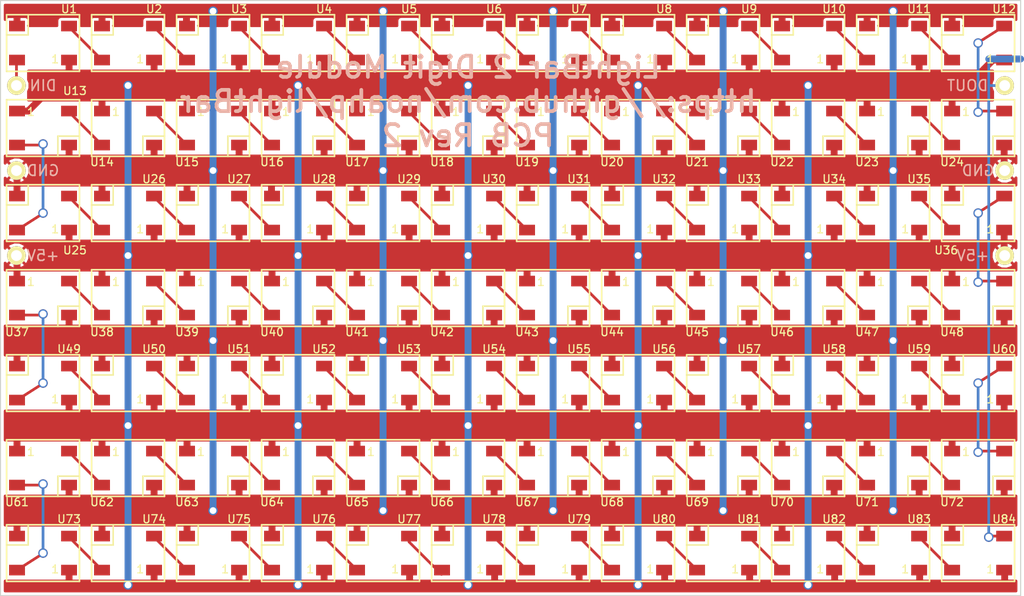
<source format=kicad_pcb>
(kicad_pcb (version 4) (host pcbnew "(after 2015-may-25 BZR unknown)-product")
  (layers (0 F.Cu signal) (31 B.Cu signal) (34 B.Paste user) (35 F.Paste user) (36 B.SilkS user) (37 F.SilkS user) (38 B.Mask user) (39 F.Mask user) (44 Edge.Cuts user))
  (net 0 "")
  (net 1 "Net-(U1-Pad2)")
  (net 2 "Net-(U2-Pad2)")
  (net 3 "Net-(U3-Pad2)")
  (net 4 "Net-(U10-Pad4)")
  (net 5 "Net-(U4-Pad2)")
  (net 6 "Net-(U13-Pad2)")
  (net 7 "Net-(U10-Pad2)")
  (net 8 "Net-(U13-Pad4)")
  (net 9 "Net-(U20-Pad4)")
  (net 10 "Net-(U23-Pad4)")
  (net 11 "Net-(U26-Pad2)")
  (net 12 "Net-(U28-Pad2)")
  (net 13 "Net-(U29-Pad2)")
  (net 14 "Net-(U31-Pad2)")
  (net 15 "Net-(U56-Pad2)")
  (net 16 "Net-(U57-Pad2)")
  (net 17 "Net-(U59-Pad2)")
  (net 18 "Net-(U62-Pad4)")
  (net 19 "Net-(U65-Pad4)")
  (net 20 "Net-(U80-Pad2)")
  (net 21 "Net-(U82-Pad2)")
  (net 22 "Net-(U5-Pad2)")
  (net 23 "Net-(U19-Pad4)")
  (net 24 "Net-(U21-Pad4)")
  (net 25 "Net-(U22-Pad4)")
  (net 26 "Net-(U25-Pad2)")
  (net 27 "Net-(U27-Pad2)")
  (net 28 "Net-(U37-Pad2)")
  (net 29 "Net-(U55-Pad2)")
  (net 30 "Net-(U58-Pad2)")
  (net 31 "Net-(U60-Pad2)")
  (net 32 "Net-(U61-Pad4)")
  (net 33 "Net-(U63-Pad4)")
  (net 34 "Net-(U64-Pad4)")
  (net 35 "Net-(U79-Pad2)")
  (net 36 "Net-(U81-Pad2)")
  (net 37 "Net-(U83-Pad2)")
  (net 38 /+5V)
  (net 39 /gnd)
  (net 40 /d_in)
  (net 41 /d_out)
  (net 42 "Net-(U6-Pad2)")
  (net 43 "Net-(U7-Pad2)")
  (net 44 "Net-(U8-Pad2)")
  (net 45 "Net-(U11-Pad2)")
  (net 46 "Net-(U12-Pad2)")
  (net 47 "Net-(U14-Pad4)")
  (net 48 "Net-(U15-Pad4)")
  (net 49 "Net-(U16-Pad4)")
  (net 50 "Net-(U17-Pad4)")
  (net 51 "Net-(U18-Pad4)")
  (net 52 "Net-(U30-Pad2)")
  (net 53 "Net-(U32-Pad2)")
  (net 54 "Net-(U33-Pad2)")
  (net 55 "Net-(U34-Pad2)")
  (net 56 "Net-(U35-Pad2)")
  (net 57 "Net-(U36-Pad2)")
  (net 58 "Net-(U37-Pad4)")
  (net 59 "Net-(U38-Pad4)")
  (net 60 "Net-(U39-Pad4)")
  (net 61 "Net-(U40-Pad4)")
  (net 62 "Net-(U41-Pad4)")
  (net 63 "Net-(U42-Pad4)")
  (net 64 "Net-(U43-Pad4)")
  (net 65 "Net-(U44-Pad4)")
  (net 66 "Net-(U45-Pad4)")
  (net 67 "Net-(U46-Pad4)")
  (net 68 "Net-(U47-Pad4)")
  (net 69 "Net-(U49-Pad2)")
  (net 70 "Net-(U50-Pad2)")
  (net 71 "Net-(U51-Pad2)")
  (net 72 "Net-(U52-Pad2)")
  (net 73 "Net-(U53-Pad2)")
  (net 74 "Net-(U54-Pad2)")
  (net 75 "Net-(U61-Pad2)")
  (net 76 "Net-(U66-Pad4)")
  (net 77 "Net-(U67-Pad4)")
  (net 78 "Net-(U68-Pad4)")
  (net 79 "Net-(U69-Pad4)")
  (net 80 "Net-(U70-Pad4)")
  (net 81 "Net-(U71-Pad4)")
  (net 82 "Net-(U73-Pad2)")
  (net 83 "Net-(U74-Pad2)")
  (net 84 "Net-(U75-Pad2)")
  (net 85 "Net-(U76-Pad2)")
  (net 86 "Net-(U77-Pad2)")
  (net 87 "Net-(U78-Pad2)")
  (module kicadlib:TEST_0.100 (layer F.Cu) (at 69.5 76)
    (fp_text reference P1 hide)
    (fp_text value +5V (at 2.5 0) (layer B.SilkS) (effects (justify mirror)))
    (pad 1 thru_hole circle (at 0 0) (size 1.75 1.75) (drill 1.02) (layers *.Cu *.Mask F.SilkS) (net 38 /+5V))
  )
  (module kicadlib:TEST_0.100 (layer F.Cu) (at 69.5 68)
    (fp_text reference P2 hide)
    (fp_text value GND (at 2.5 0) (layer B.SilkS) (effects (justify mirror)))
    (pad 1 thru_hole circle (at 0 0) (size 1.75 1.75) (drill 1.02) (layers *.Cu *.Mask F.SilkS) (net 39 /gnd))
  )
  (module kicadlib:TEST_0.100 (layer F.Cu) (at 69.5 60)
    (fp_text reference P3 hide)
    (fp_text value DIN (at 2.5 0) (layer B.SilkS) (effects (justify mirror)))
    (pad 1 thru_hole circle (at 0 0) (size 1.75 1.75) (drill 1.02) (layers *.Cu *.Mask F.SilkS) (net 40 /d_in))
  )
  (module kicadlib:TEST_0.100 (layer F.Cu) (at 162.5 76)
    (fp_text reference P4 hide)
    (fp_text value +5V (at -3 0) (layer B.SilkS) (effects (justify mirror)))
    (pad 1 thru_hole circle (at 0 0) (size 1.75 1.75) (drill 1.02) (layers *.Cu *.Mask F.SilkS) (net 38 /+5V))
  )
  (module kicadlib:TEST_0.100 (layer F.Cu) (at 162.5 68)
    (fp_text reference P5 hide)
    (fp_text value GND (at -2.5 0) (layer B.SilkS) (effects (justify mirror)))
    (pad 1 thru_hole circle (at 0 0) (size 1.75 1.75) (drill 1.02) (layers *.Cu *.Mask F.SilkS) (net 39 /gnd))
  )
  (module kicadlib:TEST_0.100 (layer F.Cu) (at 162.5 60)
    (fp_text reference P6 hide)
    (fp_text value DOUT (at -3.5 0) (layer B.SilkS) (effects (justify mirror)))
    (pad 1 thru_hole circle (at 0 0) (size 1.75 1.75) (drill 1.02) (layers *.Cu *.Mask F.SilkS) (net 41 /d_out))
  )
  (module kicadlib:WS2812B_SMD_5050 (layer F.Cu) (at 72 56 180)
    (fp_text reference U1 (at -2.45 3.2 180) (layer F.SilkS) (effects (font (size 0.75 0.75) (thickness 0.12))))
    (fp_text value WS2812B hide)
    (fp_text user 1 (at -1.143 -1.524 180) (layer F.SilkS) (effects (font (size 0.75 0.75) (thickness 0.12))))
    (pad 1 smd rect (at -2.45 -1.6 180) (size 1.5 1) (layers F.Cu F.Paste F.Mask) (net 38 /+5V))
    (pad 2 smd rect (at -2.45 1.6 180) (size 1.5 1) (layers F.Cu F.Paste F.Mask) (net 1 "Net-(U1-Pad2)"))
    (pad 3 smd rect (at 2.45 1.6 180) (size 1.5 1) (layers F.Cu F.Paste F.Mask) (net 39 /gnd))
    (pad 4 smd rect (at 2.45 -1.6 180) (size 1.5 1) (layers F.Cu F.Paste F.Mask) (net 40 /d_in))
  )
  (module kicadlib:WS2812B_SMD_5050 (layer F.Cu) (at 80 56 180)
    (fp_text reference U2 (at -2.45 3.2 180) (layer F.SilkS) (effects (font (size 0.75 0.75) (thickness 0.12))))
    (fp_text value WS2812B hide)
    (fp_text user 1 (at -1.143 -1.524 180) (layer F.SilkS) (effects (font (size 0.75 0.75) (thickness 0.12))))
    (pad 1 smd rect (at -2.45 -1.6 180) (size 1.5 1) (layers F.Cu F.Paste F.Mask) (net 38 /+5V))
    (pad 2 smd rect (at -2.45 1.6 180) (size 1.5 1) (layers F.Cu F.Paste F.Mask) (net 2 "Net-(U2-Pad2)"))
    (pad 3 smd rect (at 2.45 1.6 180) (size 1.5 1) (layers F.Cu F.Paste F.Mask) (net 39 /gnd))
    (pad 4 smd rect (at 2.45 -1.6 180) (size 1.5 1) (layers F.Cu F.Paste F.Mask) (net 1 "Net-(U1-Pad2)"))
  )
  (module kicadlib:WS2812B_SMD_5050 (layer F.Cu) (at 88 56 180)
    (fp_text reference U3 (at -2.45 3.2 180) (layer F.SilkS) (effects (font (size 0.75 0.75) (thickness 0.12))))
    (fp_text value WS2812B hide)
    (fp_text user 1 (at -1.143 -1.524 180) (layer F.SilkS) (effects (font (size 0.75 0.75) (thickness 0.12))))
    (pad 1 smd rect (at -2.45 -1.6 180) (size 1.5 1) (layers F.Cu F.Paste F.Mask) (net 38 /+5V))
    (pad 2 smd rect (at -2.45 1.6 180) (size 1.5 1) (layers F.Cu F.Paste F.Mask) (net 3 "Net-(U3-Pad2)"))
    (pad 3 smd rect (at 2.45 1.6 180) (size 1.5 1) (layers F.Cu F.Paste F.Mask) (net 39 /gnd))
    (pad 4 smd rect (at 2.45 -1.6 180) (size 1.5 1) (layers F.Cu F.Paste F.Mask) (net 2 "Net-(U2-Pad2)"))
  )
  (module kicadlib:WS2812B_SMD_5050 (layer F.Cu) (at 96 56 180)
    (fp_text reference U4 (at -2.45 3.2 180) (layer F.SilkS) (effects (font (size 0.75 0.75) (thickness 0.12))))
    (fp_text value WS2812B hide)
    (fp_text user 1 (at -1.143 -1.524 180) (layer F.SilkS) (effects (font (size 0.75 0.75) (thickness 0.12))))
    (pad 1 smd rect (at -2.45 -1.6 180) (size 1.5 1) (layers F.Cu F.Paste F.Mask) (net 38 /+5V))
    (pad 2 smd rect (at -2.45 1.6 180) (size 1.5 1) (layers F.Cu F.Paste F.Mask) (net 5 "Net-(U4-Pad2)"))
    (pad 3 smd rect (at 2.45 1.6 180) (size 1.5 1) (layers F.Cu F.Paste F.Mask) (net 39 /gnd))
    (pad 4 smd rect (at 2.45 -1.6 180) (size 1.5 1) (layers F.Cu F.Paste F.Mask) (net 3 "Net-(U3-Pad2)"))
  )
  (module kicadlib:WS2812B_SMD_5050 (layer F.Cu) (at 104 56 180)
    (fp_text reference U5 (at -2.45 3.2 180) (layer F.SilkS) (effects (font (size 0.75 0.75) (thickness 0.12))))
    (fp_text value WS2812B hide)
    (fp_text user 1 (at -1.143 -1.524 180) (layer F.SilkS) (effects (font (size 0.75 0.75) (thickness 0.12))))
    (pad 1 smd rect (at -2.45 -1.6 180) (size 1.5 1) (layers F.Cu F.Paste F.Mask) (net 38 /+5V))
    (pad 2 smd rect (at -2.45 1.6 180) (size 1.5 1) (layers F.Cu F.Paste F.Mask) (net 22 "Net-(U5-Pad2)"))
    (pad 3 smd rect (at 2.45 1.6 180) (size 1.5 1) (layers F.Cu F.Paste F.Mask) (net 39 /gnd))
    (pad 4 smd rect (at 2.45 -1.6 180) (size 1.5 1) (layers F.Cu F.Paste F.Mask) (net 5 "Net-(U4-Pad2)"))
  )
  (module kicadlib:WS2812B_SMD_5050 (layer F.Cu) (at 112 56 180)
    (fp_text reference U6 (at -2.45 3.2 180) (layer F.SilkS) (effects (font (size 0.75 0.75) (thickness 0.12))))
    (fp_text value WS2812B hide)
    (fp_text user 1 (at -1.143 -1.524 180) (layer F.SilkS) (effects (font (size 0.75 0.75) (thickness 0.12))))
    (pad 1 smd rect (at -2.45 -1.6 180) (size 1.5 1) (layers F.Cu F.Paste F.Mask) (net 38 /+5V))
    (pad 2 smd rect (at -2.45 1.6 180) (size 1.5 1) (layers F.Cu F.Paste F.Mask) (net 42 "Net-(U6-Pad2)"))
    (pad 3 smd rect (at 2.45 1.6 180) (size 1.5 1) (layers F.Cu F.Paste F.Mask) (net 39 /gnd))
    (pad 4 smd rect (at 2.45 -1.6 180) (size 1.5 1) (layers F.Cu F.Paste F.Mask) (net 22 "Net-(U5-Pad2)"))
  )
  (module kicadlib:WS2812B_SMD_5050 (layer F.Cu) (at 120 56 180)
    (fp_text reference U7 (at -2.45 3.2 180) (layer F.SilkS) (effects (font (size 0.75 0.75) (thickness 0.12))))
    (fp_text value WS2812B hide)
    (fp_text user 1 (at -1.143 -1.524 180) (layer F.SilkS) (effects (font (size 0.75 0.75) (thickness 0.12))))
    (pad 1 smd rect (at -2.45 -1.6 180) (size 1.5 1) (layers F.Cu F.Paste F.Mask) (net 38 /+5V))
    (pad 2 smd rect (at -2.45 1.6 180) (size 1.5 1) (layers F.Cu F.Paste F.Mask) (net 43 "Net-(U7-Pad2)"))
    (pad 3 smd rect (at 2.45 1.6 180) (size 1.5 1) (layers F.Cu F.Paste F.Mask) (net 39 /gnd))
    (pad 4 smd rect (at 2.45 -1.6 180) (size 1.5 1) (layers F.Cu F.Paste F.Mask) (net 42 "Net-(U6-Pad2)"))
  )
  (module kicadlib:WS2812B_SMD_5050 (layer F.Cu) (at 128 56 180)
    (fp_text reference U8 (at -2.45 3.2 180) (layer F.SilkS) (effects (font (size 0.75 0.75) (thickness 0.12))))
    (fp_text value WS2812B hide)
    (fp_text user 1 (at -1.143 -1.524 180) (layer F.SilkS) (effects (font (size 0.75 0.75) (thickness 0.12))))
    (pad 1 smd rect (at -2.45 -1.6 180) (size 1.5 1) (layers F.Cu F.Paste F.Mask) (net 38 /+5V))
    (pad 2 smd rect (at -2.45 1.6 180) (size 1.5 1) (layers F.Cu F.Paste F.Mask) (net 44 "Net-(U8-Pad2)"))
    (pad 3 smd rect (at 2.45 1.6 180) (size 1.5 1) (layers F.Cu F.Paste F.Mask) (net 39 /gnd))
    (pad 4 smd rect (at 2.45 -1.6 180) (size 1.5 1) (layers F.Cu F.Paste F.Mask) (net 43 "Net-(U7-Pad2)"))
  )
  (module kicadlib:WS2812B_SMD_5050 (layer F.Cu) (at 136 56 180)
    (fp_text reference U9 (at -2.45 3.2 180) (layer F.SilkS) (effects (font (size 0.75 0.75) (thickness 0.12))))
    (fp_text value WS2812B hide)
    (fp_text user 1 (at -1.143 -1.524 180) (layer F.SilkS) (effects (font (size 0.75 0.75) (thickness 0.12))))
    (pad 1 smd rect (at -2.45 -1.6 180) (size 1.5 1) (layers F.Cu F.Paste F.Mask) (net 38 /+5V))
    (pad 2 smd rect (at -2.45 1.6 180) (size 1.5 1) (layers F.Cu F.Paste F.Mask) (net 4 "Net-(U10-Pad4)"))
    (pad 3 smd rect (at 2.45 1.6 180) (size 1.5 1) (layers F.Cu F.Paste F.Mask) (net 39 /gnd))
    (pad 4 smd rect (at 2.45 -1.6 180) (size 1.5 1) (layers F.Cu F.Paste F.Mask) (net 44 "Net-(U8-Pad2)"))
  )
  (module kicadlib:WS2812B_SMD_5050 (layer F.Cu) (at 144 56 180)
    (fp_text reference U10 (at -2.45 3.2 180) (layer F.SilkS) (effects (font (size 0.75 0.75) (thickness 0.12))))
    (fp_text value WS2812B hide)
    (fp_text user 1 (at -1.143 -1.524 180) (layer F.SilkS) (effects (font (size 0.75 0.75) (thickness 0.12))))
    (pad 1 smd rect (at -2.45 -1.6 180) (size 1.5 1) (layers F.Cu F.Paste F.Mask) (net 38 /+5V))
    (pad 2 smd rect (at -2.45 1.6 180) (size 1.5 1) (layers F.Cu F.Paste F.Mask) (net 7 "Net-(U10-Pad2)"))
    (pad 3 smd rect (at 2.45 1.6 180) (size 1.5 1) (layers F.Cu F.Paste F.Mask) (net 39 /gnd))
    (pad 4 smd rect (at 2.45 -1.6 180) (size 1.5 1) (layers F.Cu F.Paste F.Mask) (net 4 "Net-(U10-Pad4)"))
  )
  (module kicadlib:WS2812B_SMD_5050 (layer F.Cu) (at 152 56 180)
    (fp_text reference U11 (at -2.45 3.2 180) (layer F.SilkS) (effects (font (size 0.75 0.75) (thickness 0.12))))
    (fp_text value WS2812B hide)
    (fp_text user 1 (at -1.143 -1.524 180) (layer F.SilkS) (effects (font (size 0.75 0.75) (thickness 0.12))))
    (pad 1 smd rect (at -2.45 -1.6 180) (size 1.5 1) (layers F.Cu F.Paste F.Mask) (net 38 /+5V))
    (pad 2 smd rect (at -2.45 1.6 180) (size 1.5 1) (layers F.Cu F.Paste F.Mask) (net 45 "Net-(U11-Pad2)"))
    (pad 3 smd rect (at 2.45 1.6 180) (size 1.5 1) (layers F.Cu F.Paste F.Mask) (net 39 /gnd))
    (pad 4 smd rect (at 2.45 -1.6 180) (size 1.5 1) (layers F.Cu F.Paste F.Mask) (net 7 "Net-(U10-Pad2)"))
  )
  (module kicadlib:WS2812B_SMD_5050 (layer F.Cu) (at 160 56 180)
    (fp_text reference U12 (at -2.45 3.2 180) (layer F.SilkS) (effects (font (size 0.75 0.75) (thickness 0.12))))
    (fp_text value WS2812B hide)
    (fp_text user 1 (at -1.143 -1.524 180) (layer F.SilkS) (effects (font (size 0.75 0.75) (thickness 0.12))))
    (pad 1 smd rect (at -2.45 -1.6 180) (size 1.5 1) (layers F.Cu F.Paste F.Mask) (net 38 /+5V))
    (pad 2 smd rect (at -2.45 1.6 180) (size 1.5 1) (layers F.Cu F.Paste F.Mask) (net 46 "Net-(U12-Pad2)"))
    (pad 3 smd rect (at 2.45 1.6 180) (size 1.5 1) (layers F.Cu F.Paste F.Mask) (net 39 /gnd))
    (pad 4 smd rect (at 2.45 -1.6 180) (size 1.5 1) (layers F.Cu F.Paste F.Mask) (net 45 "Net-(U11-Pad2)"))
  )
  (module kicadlib:WS2812B_SMD_5050 (layer F.Cu) (at 72 64)
    (fp_text reference U13 (at 3 -3.5) (layer F.SilkS) (effects (font (size 0.75 0.75) (thickness 0.12))))
    (fp_text value WS2812B hide)
    (fp_text user 1 (at -1.143 -1.524) (layer F.SilkS) (effects (font (size 0.75 0.75) (thickness 0.12))))
    (pad 1 smd rect (at -2.45 -1.6) (size 1.5 1) (layers F.Cu F.Paste F.Mask) (net 38 /+5V))
    (pad 2 smd rect (at -2.45 1.6) (size 1.5 1) (layers F.Cu F.Paste F.Mask) (net 6 "Net-(U13-Pad2)"))
    (pad 3 smd rect (at 2.45 1.6) (size 1.5 1) (layers F.Cu F.Paste F.Mask) (net 39 /gnd))
    (pad 4 smd rect (at 2.45 -1.6) (size 1.5 1) (layers F.Cu F.Paste F.Mask) (net 8 "Net-(U13-Pad4)"))
  )
  (module kicadlib:WS2812B_SMD_5050 (layer F.Cu) (at 80 64)
    (fp_text reference U14 (at -2.45 3.2) (layer F.SilkS) (effects (font (size 0.75 0.75) (thickness 0.12))))
    (fp_text value WS2812B hide)
    (fp_text user 1 (at -1.143 -1.524) (layer F.SilkS) (effects (font (size 0.75 0.75) (thickness 0.12))))
    (pad 1 smd rect (at -2.45 -1.6) (size 1.5 1) (layers F.Cu F.Paste F.Mask) (net 38 /+5V))
    (pad 2 smd rect (at -2.45 1.6) (size 1.5 1) (layers F.Cu F.Paste F.Mask) (net 8 "Net-(U13-Pad4)"))
    (pad 3 smd rect (at 2.45 1.6) (size 1.5 1) (layers F.Cu F.Paste F.Mask) (net 39 /gnd))
    (pad 4 smd rect (at 2.45 -1.6) (size 1.5 1) (layers F.Cu F.Paste F.Mask) (net 47 "Net-(U14-Pad4)"))
  )
  (module kicadlib:WS2812B_SMD_5050 (layer F.Cu) (at 88 64)
    (fp_text reference U15 (at -2.45 3.2) (layer F.SilkS) (effects (font (size 0.75 0.75) (thickness 0.12))))
    (fp_text value WS2812B hide)
    (fp_text user 1 (at -1.143 -1.524) (layer F.SilkS) (effects (font (size 0.75 0.75) (thickness 0.12))))
    (pad 1 smd rect (at -2.45 -1.6) (size 1.5 1) (layers F.Cu F.Paste F.Mask) (net 38 /+5V))
    (pad 2 smd rect (at -2.45 1.6) (size 1.5 1) (layers F.Cu F.Paste F.Mask) (net 47 "Net-(U14-Pad4)"))
    (pad 3 smd rect (at 2.45 1.6) (size 1.5 1) (layers F.Cu F.Paste F.Mask) (net 39 /gnd))
    (pad 4 smd rect (at 2.45 -1.6) (size 1.5 1) (layers F.Cu F.Paste F.Mask) (net 48 "Net-(U15-Pad4)"))
  )
  (module kicadlib:WS2812B_SMD_5050 (layer F.Cu) (at 96 64)
    (fp_text reference U16 (at -2.45 3.2) (layer F.SilkS) (effects (font (size 0.75 0.75) (thickness 0.12))))
    (fp_text value WS2812B hide)
    (fp_text user 1 (at -1.143 -1.524) (layer F.SilkS) (effects (font (size 0.75 0.75) (thickness 0.12))))
    (pad 1 smd rect (at -2.45 -1.6) (size 1.5 1) (layers F.Cu F.Paste F.Mask) (net 38 /+5V))
    (pad 2 smd rect (at -2.45 1.6) (size 1.5 1) (layers F.Cu F.Paste F.Mask) (net 48 "Net-(U15-Pad4)"))
    (pad 3 smd rect (at 2.45 1.6) (size 1.5 1) (layers F.Cu F.Paste F.Mask) (net 39 /gnd))
    (pad 4 smd rect (at 2.45 -1.6) (size 1.5 1) (layers F.Cu F.Paste F.Mask) (net 49 "Net-(U16-Pad4)"))
  )
  (module kicadlib:WS2812B_SMD_5050 (layer F.Cu) (at 104 64)
    (fp_text reference U17 (at -2.45 3.2) (layer F.SilkS) (effects (font (size 0.75 0.75) (thickness 0.12))))
    (fp_text value WS2812B hide)
    (fp_text user 1 (at -1.143 -1.524) (layer F.SilkS) (effects (font (size 0.75 0.75) (thickness 0.12))))
    (pad 1 smd rect (at -2.45 -1.6) (size 1.5 1) (layers F.Cu F.Paste F.Mask) (net 38 /+5V))
    (pad 2 smd rect (at -2.45 1.6) (size 1.5 1) (layers F.Cu F.Paste F.Mask) (net 49 "Net-(U16-Pad4)"))
    (pad 3 smd rect (at 2.45 1.6) (size 1.5 1) (layers F.Cu F.Paste F.Mask) (net 39 /gnd))
    (pad 4 smd rect (at 2.45 -1.6) (size 1.5 1) (layers F.Cu F.Paste F.Mask) (net 50 "Net-(U17-Pad4)"))
  )
  (module kicadlib:WS2812B_SMD_5050 (layer F.Cu) (at 112 64)
    (fp_text reference U18 (at -2.45 3.2) (layer F.SilkS) (effects (font (size 0.75 0.75) (thickness 0.12))))
    (fp_text value WS2812B hide)
    (fp_text user 1 (at -1.143 -1.524) (layer F.SilkS) (effects (font (size 0.75 0.75) (thickness 0.12))))
    (pad 1 smd rect (at -2.45 -1.6) (size 1.5 1) (layers F.Cu F.Paste F.Mask) (net 38 /+5V))
    (pad 2 smd rect (at -2.45 1.6) (size 1.5 1) (layers F.Cu F.Paste F.Mask) (net 50 "Net-(U17-Pad4)"))
    (pad 3 smd rect (at 2.45 1.6) (size 1.5 1) (layers F.Cu F.Paste F.Mask) (net 39 /gnd))
    (pad 4 smd rect (at 2.45 -1.6) (size 1.5 1) (layers F.Cu F.Paste F.Mask) (net 51 "Net-(U18-Pad4)"))
  )
  (module kicadlib:WS2812B_SMD_5050 (layer F.Cu) (at 120 64)
    (fp_text reference U19 (at -2.45 3.2) (layer F.SilkS) (effects (font (size 0.75 0.75) (thickness 0.12))))
    (fp_text value WS2812B hide)
    (fp_text user 1 (at -1.143 -1.524) (layer F.SilkS) (effects (font (size 0.75 0.75) (thickness 0.12))))
    (pad 1 smd rect (at -2.45 -1.6) (size 1.5 1) (layers F.Cu F.Paste F.Mask) (net 38 /+5V))
    (pad 2 smd rect (at -2.45 1.6) (size 1.5 1) (layers F.Cu F.Paste F.Mask) (net 51 "Net-(U18-Pad4)"))
    (pad 3 smd rect (at 2.45 1.6) (size 1.5 1) (layers F.Cu F.Paste F.Mask) (net 39 /gnd))
    (pad 4 smd rect (at 2.45 -1.6) (size 1.5 1) (layers F.Cu F.Paste F.Mask) (net 23 "Net-(U19-Pad4)"))
  )
  (module kicadlib:WS2812B_SMD_5050 (layer F.Cu) (at 128 64)
    (fp_text reference U20 (at -2.45 3.2) (layer F.SilkS) (effects (font (size 0.75 0.75) (thickness 0.12))))
    (fp_text value WS2812B hide)
    (fp_text user 1 (at -1.143 -1.524) (layer F.SilkS) (effects (font (size 0.75 0.75) (thickness 0.12))))
    (pad 1 smd rect (at -2.45 -1.6) (size 1.5 1) (layers F.Cu F.Paste F.Mask) (net 38 /+5V))
    (pad 2 smd rect (at -2.45 1.6) (size 1.5 1) (layers F.Cu F.Paste F.Mask) (net 23 "Net-(U19-Pad4)"))
    (pad 3 smd rect (at 2.45 1.6) (size 1.5 1) (layers F.Cu F.Paste F.Mask) (net 39 /gnd))
    (pad 4 smd rect (at 2.45 -1.6) (size 1.5 1) (layers F.Cu F.Paste F.Mask) (net 9 "Net-(U20-Pad4)"))
  )
  (module kicadlib:WS2812B_SMD_5050 (layer F.Cu) (at 136 64)
    (fp_text reference U21 (at -2.45 3.2) (layer F.SilkS) (effects (font (size 0.75 0.75) (thickness 0.12))))
    (fp_text value WS2812B hide)
    (fp_text user 1 (at -1.143 -1.524) (layer F.SilkS) (effects (font (size 0.75 0.75) (thickness 0.12))))
    (pad 1 smd rect (at -2.45 -1.6) (size 1.5 1) (layers F.Cu F.Paste F.Mask) (net 38 /+5V))
    (pad 2 smd rect (at -2.45 1.6) (size 1.5 1) (layers F.Cu F.Paste F.Mask) (net 9 "Net-(U20-Pad4)"))
    (pad 3 smd rect (at 2.45 1.6) (size 1.5 1) (layers F.Cu F.Paste F.Mask) (net 39 /gnd))
    (pad 4 smd rect (at 2.45 -1.6) (size 1.5 1) (layers F.Cu F.Paste F.Mask) (net 24 "Net-(U21-Pad4)"))
  )
  (module kicadlib:WS2812B_SMD_5050 (layer F.Cu) (at 144 64)
    (fp_text reference U22 (at -2.45 3.2) (layer F.SilkS) (effects (font (size 0.75 0.75) (thickness 0.12))))
    (fp_text value WS2812B hide)
    (fp_text user 1 (at -1.143 -1.524) (layer F.SilkS) (effects (font (size 0.75 0.75) (thickness 0.12))))
    (pad 1 smd rect (at -2.45 -1.6) (size 1.5 1) (layers F.Cu F.Paste F.Mask) (net 38 /+5V))
    (pad 2 smd rect (at -2.45 1.6) (size 1.5 1) (layers F.Cu F.Paste F.Mask) (net 24 "Net-(U21-Pad4)"))
    (pad 3 smd rect (at 2.45 1.6) (size 1.5 1) (layers F.Cu F.Paste F.Mask) (net 39 /gnd))
    (pad 4 smd rect (at 2.45 -1.6) (size 1.5 1) (layers F.Cu F.Paste F.Mask) (net 25 "Net-(U22-Pad4)"))
  )
  (module kicadlib:WS2812B_SMD_5050 (layer F.Cu) (at 152 64)
    (fp_text reference U23 (at -2.45 3.2) (layer F.SilkS) (effects (font (size 0.75 0.75) (thickness 0.12))))
    (fp_text value WS2812B hide)
    (fp_text user 1 (at -1.143 -1.524) (layer F.SilkS) (effects (font (size 0.75 0.75) (thickness 0.12))))
    (pad 1 smd rect (at -2.45 -1.6) (size 1.5 1) (layers F.Cu F.Paste F.Mask) (net 38 /+5V))
    (pad 2 smd rect (at -2.45 1.6) (size 1.5 1) (layers F.Cu F.Paste F.Mask) (net 25 "Net-(U22-Pad4)"))
    (pad 3 smd rect (at 2.45 1.6) (size 1.5 1) (layers F.Cu F.Paste F.Mask) (net 39 /gnd))
    (pad 4 smd rect (at 2.45 -1.6) (size 1.5 1) (layers F.Cu F.Paste F.Mask) (net 10 "Net-(U23-Pad4)"))
  )
  (module kicadlib:WS2812B_SMD_5050 (layer F.Cu) (at 160 64)
    (fp_text reference U24 (at -2.45 3.2) (layer F.SilkS) (effects (font (size 0.75 0.75) (thickness 0.12))))
    (fp_text value WS2812B hide)
    (fp_text user 1 (at -1.143 -1.524) (layer F.SilkS) (effects (font (size 0.75 0.75) (thickness 0.12))))
    (pad 1 smd rect (at -2.45 -1.6) (size 1.5 1) (layers F.Cu F.Paste F.Mask) (net 38 /+5V))
    (pad 2 smd rect (at -2.45 1.6) (size 1.5 1) (layers F.Cu F.Paste F.Mask) (net 10 "Net-(U23-Pad4)"))
    (pad 3 smd rect (at 2.45 1.6) (size 1.5 1) (layers F.Cu F.Paste F.Mask) (net 39 /gnd))
    (pad 4 smd rect (at 2.45 -1.6) (size 1.5 1) (layers F.Cu F.Paste F.Mask) (net 46 "Net-(U12-Pad2)"))
  )
  (module kicadlib:WS2812B_SMD_5050 (layer F.Cu) (at 72 72 180)
    (fp_text reference U25 (at -3 -3.5 180) (layer F.SilkS) (effects (font (size 0.75 0.75) (thickness 0.12))))
    (fp_text value WS2812B hide)
    (fp_text user 1 (at -1.143 -1.524 180) (layer F.SilkS) (effects (font (size 0.75 0.75) (thickness 0.12))))
    (pad 1 smd rect (at -2.45 -1.6 180) (size 1.5 1) (layers F.Cu F.Paste F.Mask) (net 38 /+5V))
    (pad 2 smd rect (at -2.45 1.6 180) (size 1.5 1) (layers F.Cu F.Paste F.Mask) (net 26 "Net-(U25-Pad2)"))
    (pad 3 smd rect (at 2.45 1.6 180) (size 1.5 1) (layers F.Cu F.Paste F.Mask) (net 39 /gnd))
    (pad 4 smd rect (at 2.45 -1.6 180) (size 1.5 1) (layers F.Cu F.Paste F.Mask) (net 6 "Net-(U13-Pad2)"))
  )
  (module kicadlib:WS2812B_SMD_5050 (layer F.Cu) (at 80 72 180)
    (fp_text reference U26 (at -2.45 3.2 180) (layer F.SilkS) (effects (font (size 0.75 0.75) (thickness 0.12))))
    (fp_text value WS2812B hide)
    (fp_text user 1 (at -1.143 -1.524 180) (layer F.SilkS) (effects (font (size 0.75 0.75) (thickness 0.12))))
    (pad 1 smd rect (at -2.45 -1.6 180) (size 1.5 1) (layers F.Cu F.Paste F.Mask) (net 38 /+5V))
    (pad 2 smd rect (at -2.45 1.6 180) (size 1.5 1) (layers F.Cu F.Paste F.Mask) (net 11 "Net-(U26-Pad2)"))
    (pad 3 smd rect (at 2.45 1.6 180) (size 1.5 1) (layers F.Cu F.Paste F.Mask) (net 39 /gnd))
    (pad 4 smd rect (at 2.45 -1.6 180) (size 1.5 1) (layers F.Cu F.Paste F.Mask) (net 26 "Net-(U25-Pad2)"))
  )
  (module kicadlib:WS2812B_SMD_5050 (layer F.Cu) (at 88 72 180)
    (fp_text reference U27 (at -2.45 3.2 180) (layer F.SilkS) (effects (font (size 0.75 0.75) (thickness 0.12))))
    (fp_text value WS2812B hide)
    (fp_text user 1 (at -1.143 -1.524 180) (layer F.SilkS) (effects (font (size 0.75 0.75) (thickness 0.12))))
    (pad 1 smd rect (at -2.45 -1.6 180) (size 1.5 1) (layers F.Cu F.Paste F.Mask) (net 38 /+5V))
    (pad 2 smd rect (at -2.45 1.6 180) (size 1.5 1) (layers F.Cu F.Paste F.Mask) (net 27 "Net-(U27-Pad2)"))
    (pad 3 smd rect (at 2.45 1.6 180) (size 1.5 1) (layers F.Cu F.Paste F.Mask) (net 39 /gnd))
    (pad 4 smd rect (at 2.45 -1.6 180) (size 1.5 1) (layers F.Cu F.Paste F.Mask) (net 11 "Net-(U26-Pad2)"))
  )
  (module kicadlib:WS2812B_SMD_5050 (layer F.Cu) (at 96 72 180)
    (fp_text reference U28 (at -2.45 3.2 180) (layer F.SilkS) (effects (font (size 0.75 0.75) (thickness 0.12))))
    (fp_text value WS2812B hide)
    (fp_text user 1 (at -1.143 -1.524 180) (layer F.SilkS) (effects (font (size 0.75 0.75) (thickness 0.12))))
    (pad 1 smd rect (at -2.45 -1.6 180) (size 1.5 1) (layers F.Cu F.Paste F.Mask) (net 38 /+5V))
    (pad 2 smd rect (at -2.45 1.6 180) (size 1.5 1) (layers F.Cu F.Paste F.Mask) (net 12 "Net-(U28-Pad2)"))
    (pad 3 smd rect (at 2.45 1.6 180) (size 1.5 1) (layers F.Cu F.Paste F.Mask) (net 39 /gnd))
    (pad 4 smd rect (at 2.45 -1.6 180) (size 1.5 1) (layers F.Cu F.Paste F.Mask) (net 27 "Net-(U27-Pad2)"))
  )
  (module kicadlib:WS2812B_SMD_5050 (layer F.Cu) (at 104 72 180)
    (fp_text reference U29 (at -2.45 3.2 180) (layer F.SilkS) (effects (font (size 0.75 0.75) (thickness 0.12))))
    (fp_text value WS2812B hide)
    (fp_text user 1 (at -1.143 -1.524 180) (layer F.SilkS) (effects (font (size 0.75 0.75) (thickness 0.12))))
    (pad 1 smd rect (at -2.45 -1.6 180) (size 1.5 1) (layers F.Cu F.Paste F.Mask) (net 38 /+5V))
    (pad 2 smd rect (at -2.45 1.6 180) (size 1.5 1) (layers F.Cu F.Paste F.Mask) (net 13 "Net-(U29-Pad2)"))
    (pad 3 smd rect (at 2.45 1.6 180) (size 1.5 1) (layers F.Cu F.Paste F.Mask) (net 39 /gnd))
    (pad 4 smd rect (at 2.45 -1.6 180) (size 1.5 1) (layers F.Cu F.Paste F.Mask) (net 12 "Net-(U28-Pad2)"))
  )
  (module kicadlib:WS2812B_SMD_5050 (layer F.Cu) (at 112 72 180)
    (fp_text reference U30 (at -2.45 3.2 180) (layer F.SilkS) (effects (font (size 0.75 0.75) (thickness 0.12))))
    (fp_text value WS2812B hide)
    (fp_text user 1 (at -1.143 -1.524 180) (layer F.SilkS) (effects (font (size 0.75 0.75) (thickness 0.12))))
    (pad 1 smd rect (at -2.45 -1.6 180) (size 1.5 1) (layers F.Cu F.Paste F.Mask) (net 38 /+5V))
    (pad 2 smd rect (at -2.45 1.6 180) (size 1.5 1) (layers F.Cu F.Paste F.Mask) (net 52 "Net-(U30-Pad2)"))
    (pad 3 smd rect (at 2.45 1.6 180) (size 1.5 1) (layers F.Cu F.Paste F.Mask) (net 39 /gnd))
    (pad 4 smd rect (at 2.45 -1.6 180) (size 1.5 1) (layers F.Cu F.Paste F.Mask) (net 13 "Net-(U29-Pad2)"))
  )
  (module kicadlib:WS2812B_SMD_5050 (layer F.Cu) (at 120 72 180)
    (fp_text reference U31 (at -2.45 3.2 180) (layer F.SilkS) (effects (font (size 0.75 0.75) (thickness 0.12))))
    (fp_text value WS2812B hide)
    (fp_text user 1 (at -1.143 -1.524 180) (layer F.SilkS) (effects (font (size 0.75 0.75) (thickness 0.12))))
    (pad 1 smd rect (at -2.45 -1.6 180) (size 1.5 1) (layers F.Cu F.Paste F.Mask) (net 38 /+5V))
    (pad 2 smd rect (at -2.45 1.6 180) (size 1.5 1) (layers F.Cu F.Paste F.Mask) (net 14 "Net-(U31-Pad2)"))
    (pad 3 smd rect (at 2.45 1.6 180) (size 1.5 1) (layers F.Cu F.Paste F.Mask) (net 39 /gnd))
    (pad 4 smd rect (at 2.45 -1.6 180) (size 1.5 1) (layers F.Cu F.Paste F.Mask) (net 52 "Net-(U30-Pad2)"))
  )
  (module kicadlib:WS2812B_SMD_5050 (layer F.Cu) (at 128 72 180)
    (fp_text reference U32 (at -2.45 3.2 180) (layer F.SilkS) (effects (font (size 0.75 0.75) (thickness 0.12))))
    (fp_text value WS2812B hide)
    (fp_text user 1 (at -1.143 -1.524 180) (layer F.SilkS) (effects (font (size 0.75 0.75) (thickness 0.12))))
    (pad 1 smd rect (at -2.45 -1.6 180) (size 1.5 1) (layers F.Cu F.Paste F.Mask) (net 38 /+5V))
    (pad 2 smd rect (at -2.45 1.6 180) (size 1.5 1) (layers F.Cu F.Paste F.Mask) (net 53 "Net-(U32-Pad2)"))
    (pad 3 smd rect (at 2.45 1.6 180) (size 1.5 1) (layers F.Cu F.Paste F.Mask) (net 39 /gnd))
    (pad 4 smd rect (at 2.45 -1.6 180) (size 1.5 1) (layers F.Cu F.Paste F.Mask) (net 14 "Net-(U31-Pad2)"))
  )
  (module kicadlib:WS2812B_SMD_5050 (layer F.Cu) (at 136 72 180)
    (fp_text reference U33 (at -2.45 3.2 180) (layer F.SilkS) (effects (font (size 0.75 0.75) (thickness 0.12))))
    (fp_text value WS2812B hide)
    (fp_text user 1 (at -1.143 -1.524 180) (layer F.SilkS) (effects (font (size 0.75 0.75) (thickness 0.12))))
    (pad 1 smd rect (at -2.45 -1.6 180) (size 1.5 1) (layers F.Cu F.Paste F.Mask) (net 38 /+5V))
    (pad 2 smd rect (at -2.45 1.6 180) (size 1.5 1) (layers F.Cu F.Paste F.Mask) (net 54 "Net-(U33-Pad2)"))
    (pad 3 smd rect (at 2.45 1.6 180) (size 1.5 1) (layers F.Cu F.Paste F.Mask) (net 39 /gnd))
    (pad 4 smd rect (at 2.45 -1.6 180) (size 1.5 1) (layers F.Cu F.Paste F.Mask) (net 53 "Net-(U32-Pad2)"))
  )
  (module kicadlib:WS2812B_SMD_5050 (layer F.Cu) (at 144 72 180)
    (fp_text reference U34 (at -2.45 3.2 180) (layer F.SilkS) (effects (font (size 0.75 0.75) (thickness 0.12))))
    (fp_text value WS2812B hide)
    (fp_text user 1 (at -1.143 -1.524 180) (layer F.SilkS) (effects (font (size 0.75 0.75) (thickness 0.12))))
    (pad 1 smd rect (at -2.45 -1.6 180) (size 1.5 1) (layers F.Cu F.Paste F.Mask) (net 38 /+5V))
    (pad 2 smd rect (at -2.45 1.6 180) (size 1.5 1) (layers F.Cu F.Paste F.Mask) (net 55 "Net-(U34-Pad2)"))
    (pad 3 smd rect (at 2.45 1.6 180) (size 1.5 1) (layers F.Cu F.Paste F.Mask) (net 39 /gnd))
    (pad 4 smd rect (at 2.45 -1.6 180) (size 1.5 1) (layers F.Cu F.Paste F.Mask) (net 54 "Net-(U33-Pad2)"))
  )
  (module kicadlib:WS2812B_SMD_5050 (layer F.Cu) (at 152 72 180)
    (fp_text reference U35 (at -2.45 3.2 180) (layer F.SilkS) (effects (font (size 0.75 0.75) (thickness 0.12))))
    (fp_text value WS2812B hide)
    (fp_text user 1 (at -1.143 -1.524 180) (layer F.SilkS) (effects (font (size 0.75 0.75) (thickness 0.12))))
    (pad 1 smd rect (at -2.45 -1.6 180) (size 1.5 1) (layers F.Cu F.Paste F.Mask) (net 38 /+5V))
    (pad 2 smd rect (at -2.45 1.6 180) (size 1.5 1) (layers F.Cu F.Paste F.Mask) (net 56 "Net-(U35-Pad2)"))
    (pad 3 smd rect (at 2.45 1.6 180) (size 1.5 1) (layers F.Cu F.Paste F.Mask) (net 39 /gnd))
    (pad 4 smd rect (at 2.45 -1.6 180) (size 1.5 1) (layers F.Cu F.Paste F.Mask) (net 55 "Net-(U34-Pad2)"))
  )
  (module kicadlib:WS2812B_SMD_5050 (layer F.Cu) (at 160 72 180)
    (fp_text reference U36 (at 3 -3.5 180) (layer F.SilkS) (effects (font (size 0.75 0.75) (thickness 0.12))))
    (fp_text value WS2812B hide)
    (fp_text user 1 (at -1.143 -1.524 180) (layer F.SilkS) (effects (font (size 0.75 0.75) (thickness 0.12))))
    (pad 1 smd rect (at -2.45 -1.6 180) (size 1.5 1) (layers F.Cu F.Paste F.Mask) (net 38 /+5V))
    (pad 2 smd rect (at -2.45 1.6 180) (size 1.5 1) (layers F.Cu F.Paste F.Mask) (net 57 "Net-(U36-Pad2)"))
    (pad 3 smd rect (at 2.45 1.6 180) (size 1.5 1) (layers F.Cu F.Paste F.Mask) (net 39 /gnd))
    (pad 4 smd rect (at 2.45 -1.6 180) (size 1.5 1) (layers F.Cu F.Paste F.Mask) (net 56 "Net-(U35-Pad2)"))
  )
  (module kicadlib:WS2812B_SMD_5050 (layer F.Cu) (at 72 80)
    (fp_text reference U37 (at -2.45 3.2) (layer F.SilkS) (effects (font (size 0.75 0.75) (thickness 0.12))))
    (fp_text value WS2812B hide)
    (fp_text user 1 (at -1.143 -1.524) (layer F.SilkS) (effects (font (size 0.75 0.75) (thickness 0.12))))
    (pad 1 smd rect (at -2.45 -1.6) (size 1.5 1) (layers F.Cu F.Paste F.Mask) (net 38 /+5V))
    (pad 2 smd rect (at -2.45 1.6) (size 1.5 1) (layers F.Cu F.Paste F.Mask) (net 28 "Net-(U37-Pad2)"))
    (pad 3 smd rect (at 2.45 1.6) (size 1.5 1) (layers F.Cu F.Paste F.Mask) (net 39 /gnd))
    (pad 4 smd rect (at 2.45 -1.6) (size 1.5 1) (layers F.Cu F.Paste F.Mask) (net 58 "Net-(U37-Pad4)"))
  )
  (module kicadlib:WS2812B_SMD_5050 (layer F.Cu) (at 80 80)
    (fp_text reference U38 (at -2.45 3.2) (layer F.SilkS) (effects (font (size 0.75 0.75) (thickness 0.12))))
    (fp_text value WS2812B hide)
    (fp_text user 1 (at -1.143 -1.524) (layer F.SilkS) (effects (font (size 0.75 0.75) (thickness 0.12))))
    (pad 1 smd rect (at -2.45 -1.6) (size 1.5 1) (layers F.Cu F.Paste F.Mask) (net 38 /+5V))
    (pad 2 smd rect (at -2.45 1.6) (size 1.5 1) (layers F.Cu F.Paste F.Mask) (net 58 "Net-(U37-Pad4)"))
    (pad 3 smd rect (at 2.45 1.6) (size 1.5 1) (layers F.Cu F.Paste F.Mask) (net 39 /gnd))
    (pad 4 smd rect (at 2.45 -1.6) (size 1.5 1) (layers F.Cu F.Paste F.Mask) (net 59 "Net-(U38-Pad4)"))
  )
  (module kicadlib:WS2812B_SMD_5050 (layer F.Cu) (at 88 80)
    (fp_text reference U39 (at -2.45 3.2) (layer F.SilkS) (effects (font (size 0.75 0.75) (thickness 0.12))))
    (fp_text value WS2812B hide)
    (fp_text user 1 (at -1.143 -1.524) (layer F.SilkS) (effects (font (size 0.75 0.75) (thickness 0.12))))
    (pad 1 smd rect (at -2.45 -1.6) (size 1.5 1) (layers F.Cu F.Paste F.Mask) (net 38 /+5V))
    (pad 2 smd rect (at -2.45 1.6) (size 1.5 1) (layers F.Cu F.Paste F.Mask) (net 59 "Net-(U38-Pad4)"))
    (pad 3 smd rect (at 2.45 1.6) (size 1.5 1) (layers F.Cu F.Paste F.Mask) (net 39 /gnd))
    (pad 4 smd rect (at 2.45 -1.6) (size 1.5 1) (layers F.Cu F.Paste F.Mask) (net 60 "Net-(U39-Pad4)"))
  )
  (module kicadlib:WS2812B_SMD_5050 (layer F.Cu) (at 96 80)
    (fp_text reference U40 (at -2.45 3.2) (layer F.SilkS) (effects (font (size 0.75 0.75) (thickness 0.12))))
    (fp_text value WS2812B hide)
    (fp_text user 1 (at -1.143 -1.524) (layer F.SilkS) (effects (font (size 0.75 0.75) (thickness 0.12))))
    (pad 1 smd rect (at -2.45 -1.6) (size 1.5 1) (layers F.Cu F.Paste F.Mask) (net 38 /+5V))
    (pad 2 smd rect (at -2.45 1.6) (size 1.5 1) (layers F.Cu F.Paste F.Mask) (net 60 "Net-(U39-Pad4)"))
    (pad 3 smd rect (at 2.45 1.6) (size 1.5 1) (layers F.Cu F.Paste F.Mask) (net 39 /gnd))
    (pad 4 smd rect (at 2.45 -1.6) (size 1.5 1) (layers F.Cu F.Paste F.Mask) (net 61 "Net-(U40-Pad4)"))
  )
  (module kicadlib:WS2812B_SMD_5050 (layer F.Cu) (at 104 80)
    (fp_text reference U41 (at -2.45 3.2) (layer F.SilkS) (effects (font (size 0.75 0.75) (thickness 0.12))))
    (fp_text value WS2812B hide)
    (fp_text user 1 (at -1.143 -1.524) (layer F.SilkS) (effects (font (size 0.75 0.75) (thickness 0.12))))
    (pad 1 smd rect (at -2.45 -1.6) (size 1.5 1) (layers F.Cu F.Paste F.Mask) (net 38 /+5V))
    (pad 2 smd rect (at -2.45 1.6) (size 1.5 1) (layers F.Cu F.Paste F.Mask) (net 61 "Net-(U40-Pad4)"))
    (pad 3 smd rect (at 2.45 1.6) (size 1.5 1) (layers F.Cu F.Paste F.Mask) (net 39 /gnd))
    (pad 4 smd rect (at 2.45 -1.6) (size 1.5 1) (layers F.Cu F.Paste F.Mask) (net 62 "Net-(U41-Pad4)"))
  )
  (module kicadlib:WS2812B_SMD_5050 (layer F.Cu) (at 112 80)
    (fp_text reference U42 (at -2.45 3.2) (layer F.SilkS) (effects (font (size 0.75 0.75) (thickness 0.12))))
    (fp_text value WS2812B hide)
    (fp_text user 1 (at -1.143 -1.524) (layer F.SilkS) (effects (font (size 0.75 0.75) (thickness 0.12))))
    (pad 1 smd rect (at -2.45 -1.6) (size 1.5 1) (layers F.Cu F.Paste F.Mask) (net 38 /+5V))
    (pad 2 smd rect (at -2.45 1.6) (size 1.5 1) (layers F.Cu F.Paste F.Mask) (net 62 "Net-(U41-Pad4)"))
    (pad 3 smd rect (at 2.45 1.6) (size 1.5 1) (layers F.Cu F.Paste F.Mask) (net 39 /gnd))
    (pad 4 smd rect (at 2.45 -1.6) (size 1.5 1) (layers F.Cu F.Paste F.Mask) (net 63 "Net-(U42-Pad4)"))
  )
  (module kicadlib:WS2812B_SMD_5050 (layer F.Cu) (at 120 80)
    (fp_text reference U43 (at -2.45 3.2) (layer F.SilkS) (effects (font (size 0.75 0.75) (thickness 0.12))))
    (fp_text value WS2812B hide)
    (fp_text user 1 (at -1.143 -1.524) (layer F.SilkS) (effects (font (size 0.75 0.75) (thickness 0.12))))
    (pad 1 smd rect (at -2.45 -1.6) (size 1.5 1) (layers F.Cu F.Paste F.Mask) (net 38 /+5V))
    (pad 2 smd rect (at -2.45 1.6) (size 1.5 1) (layers F.Cu F.Paste F.Mask) (net 63 "Net-(U42-Pad4)"))
    (pad 3 smd rect (at 2.45 1.6) (size 1.5 1) (layers F.Cu F.Paste F.Mask) (net 39 /gnd))
    (pad 4 smd rect (at 2.45 -1.6) (size 1.5 1) (layers F.Cu F.Paste F.Mask) (net 64 "Net-(U43-Pad4)"))
  )
  (module kicadlib:WS2812B_SMD_5050 (layer F.Cu) (at 128 80)
    (fp_text reference U44 (at -2.45 3.2) (layer F.SilkS) (effects (font (size 0.75 0.75) (thickness 0.12))))
    (fp_text value WS2812B hide)
    (fp_text user 1 (at -1.143 -1.524) (layer F.SilkS) (effects (font (size 0.75 0.75) (thickness 0.12))))
    (pad 1 smd rect (at -2.45 -1.6) (size 1.5 1) (layers F.Cu F.Paste F.Mask) (net 38 /+5V))
    (pad 2 smd rect (at -2.45 1.6) (size 1.5 1) (layers F.Cu F.Paste F.Mask) (net 64 "Net-(U43-Pad4)"))
    (pad 3 smd rect (at 2.45 1.6) (size 1.5 1) (layers F.Cu F.Paste F.Mask) (net 39 /gnd))
    (pad 4 smd rect (at 2.45 -1.6) (size 1.5 1) (layers F.Cu F.Paste F.Mask) (net 65 "Net-(U44-Pad4)"))
  )
  (module kicadlib:WS2812B_SMD_5050 (layer F.Cu) (at 136 80)
    (fp_text reference U45 (at -2.45 3.2) (layer F.SilkS) (effects (font (size 0.75 0.75) (thickness 0.12))))
    (fp_text value WS2812B hide)
    (fp_text user 1 (at -1.143 -1.524) (layer F.SilkS) (effects (font (size 0.75 0.75) (thickness 0.12))))
    (pad 1 smd rect (at -2.45 -1.6) (size 1.5 1) (layers F.Cu F.Paste F.Mask) (net 38 /+5V))
    (pad 2 smd rect (at -2.45 1.6) (size 1.5 1) (layers F.Cu F.Paste F.Mask) (net 65 "Net-(U44-Pad4)"))
    (pad 3 smd rect (at 2.45 1.6) (size 1.5 1) (layers F.Cu F.Paste F.Mask) (net 39 /gnd))
    (pad 4 smd rect (at 2.45 -1.6) (size 1.5 1) (layers F.Cu F.Paste F.Mask) (net 66 "Net-(U45-Pad4)"))
  )
  (module kicadlib:WS2812B_SMD_5050 (layer F.Cu) (at 144 80)
    (fp_text reference U46 (at -2.45 3.2) (layer F.SilkS) (effects (font (size 0.75 0.75) (thickness 0.12))))
    (fp_text value WS2812B hide)
    (fp_text user 1 (at -1.143 -1.524) (layer F.SilkS) (effects (font (size 0.75 0.75) (thickness 0.12))))
    (pad 1 smd rect (at -2.45 -1.6) (size 1.5 1) (layers F.Cu F.Paste F.Mask) (net 38 /+5V))
    (pad 2 smd rect (at -2.45 1.6) (size 1.5 1) (layers F.Cu F.Paste F.Mask) (net 66 "Net-(U45-Pad4)"))
    (pad 3 smd rect (at 2.45 1.6) (size 1.5 1) (layers F.Cu F.Paste F.Mask) (net 39 /gnd))
    (pad 4 smd rect (at 2.45 -1.6) (size 1.5 1) (layers F.Cu F.Paste F.Mask) (net 67 "Net-(U46-Pad4)"))
  )
  (module kicadlib:WS2812B_SMD_5050 (layer F.Cu) (at 152 80)
    (fp_text reference U47 (at -2.45 3.2) (layer F.SilkS) (effects (font (size 0.75 0.75) (thickness 0.12))))
    (fp_text value WS2812B hide)
    (fp_text user 1 (at -1.143 -1.524) (layer F.SilkS) (effects (font (size 0.75 0.75) (thickness 0.12))))
    (pad 1 smd rect (at -2.45 -1.6) (size 1.5 1) (layers F.Cu F.Paste F.Mask) (net 38 /+5V))
    (pad 2 smd rect (at -2.45 1.6) (size 1.5 1) (layers F.Cu F.Paste F.Mask) (net 67 "Net-(U46-Pad4)"))
    (pad 3 smd rect (at 2.45 1.6) (size 1.5 1) (layers F.Cu F.Paste F.Mask) (net 39 /gnd))
    (pad 4 smd rect (at 2.45 -1.6) (size 1.5 1) (layers F.Cu F.Paste F.Mask) (net 68 "Net-(U47-Pad4)"))
  )
  (module kicadlib:WS2812B_SMD_5050 (layer F.Cu) (at 160 80)
    (fp_text reference U48 (at -2.45 3.2) (layer F.SilkS) (effects (font (size 0.75 0.75) (thickness 0.12))))
    (fp_text value WS2812B hide)
    (fp_text user 1 (at -1.143 -1.524) (layer F.SilkS) (effects (font (size 0.75 0.75) (thickness 0.12))))
    (pad 1 smd rect (at -2.45 -1.6) (size 1.5 1) (layers F.Cu F.Paste F.Mask) (net 38 /+5V))
    (pad 2 smd rect (at -2.45 1.6) (size 1.5 1) (layers F.Cu F.Paste F.Mask) (net 68 "Net-(U47-Pad4)"))
    (pad 3 smd rect (at 2.45 1.6) (size 1.5 1) (layers F.Cu F.Paste F.Mask) (net 39 /gnd))
    (pad 4 smd rect (at 2.45 -1.6) (size 1.5 1) (layers F.Cu F.Paste F.Mask) (net 57 "Net-(U36-Pad2)"))
  )
  (module kicadlib:WS2812B_SMD_5050 (layer F.Cu) (at 72 88 180)
    (fp_text reference U49 (at -2.45 3.2 180) (layer F.SilkS) (effects (font (size 0.75 0.75) (thickness 0.12))))
    (fp_text value WS2812B hide)
    (fp_text user 1 (at -1.143 -1.524 180) (layer F.SilkS) (effects (font (size 0.75 0.75) (thickness 0.12))))
    (pad 1 smd rect (at -2.45 -1.6 180) (size 1.5 1) (layers F.Cu F.Paste F.Mask) (net 38 /+5V))
    (pad 2 smd rect (at -2.45 1.6 180) (size 1.5 1) (layers F.Cu F.Paste F.Mask) (net 69 "Net-(U49-Pad2)"))
    (pad 3 smd rect (at 2.45 1.6 180) (size 1.5 1) (layers F.Cu F.Paste F.Mask) (net 39 /gnd))
    (pad 4 smd rect (at 2.45 -1.6 180) (size 1.5 1) (layers F.Cu F.Paste F.Mask) (net 28 "Net-(U37-Pad2)"))
  )
  (module kicadlib:WS2812B_SMD_5050 (layer F.Cu) (at 80 88 180)
    (fp_text reference U50 (at -2.45 3.2 180) (layer F.SilkS) (effects (font (size 0.75 0.75) (thickness 0.12))))
    (fp_text value WS2812B hide)
    (fp_text user 1 (at -1.143 -1.524 180) (layer F.SilkS) (effects (font (size 0.75 0.75) (thickness 0.12))))
    (pad 1 smd rect (at -2.45 -1.6 180) (size 1.5 1) (layers F.Cu F.Paste F.Mask) (net 38 /+5V))
    (pad 2 smd rect (at -2.45 1.6 180) (size 1.5 1) (layers F.Cu F.Paste F.Mask) (net 70 "Net-(U50-Pad2)"))
    (pad 3 smd rect (at 2.45 1.6 180) (size 1.5 1) (layers F.Cu F.Paste F.Mask) (net 39 /gnd))
    (pad 4 smd rect (at 2.45 -1.6 180) (size 1.5 1) (layers F.Cu F.Paste F.Mask) (net 69 "Net-(U49-Pad2)"))
  )
  (module kicadlib:WS2812B_SMD_5050 (layer F.Cu) (at 88 88 180)
    (fp_text reference U51 (at -2.45 3.2 180) (layer F.SilkS) (effects (font (size 0.75 0.75) (thickness 0.12))))
    (fp_text value WS2812B hide)
    (fp_text user 1 (at -1.143 -1.524 180) (layer F.SilkS) (effects (font (size 0.75 0.75) (thickness 0.12))))
    (pad 1 smd rect (at -2.45 -1.6 180) (size 1.5 1) (layers F.Cu F.Paste F.Mask) (net 38 /+5V))
    (pad 2 smd rect (at -2.45 1.6 180) (size 1.5 1) (layers F.Cu F.Paste F.Mask) (net 71 "Net-(U51-Pad2)"))
    (pad 3 smd rect (at 2.45 1.6 180) (size 1.5 1) (layers F.Cu F.Paste F.Mask) (net 39 /gnd))
    (pad 4 smd rect (at 2.45 -1.6 180) (size 1.5 1) (layers F.Cu F.Paste F.Mask) (net 70 "Net-(U50-Pad2)"))
  )
  (module kicadlib:WS2812B_SMD_5050 (layer F.Cu) (at 96 88 180)
    (fp_text reference U52 (at -2.45 3.2 180) (layer F.SilkS) (effects (font (size 0.75 0.75) (thickness 0.12))))
    (fp_text value WS2812B hide)
    (fp_text user 1 (at -1.143 -1.524 180) (layer F.SilkS) (effects (font (size 0.75 0.75) (thickness 0.12))))
    (pad 1 smd rect (at -2.45 -1.6 180) (size 1.5 1) (layers F.Cu F.Paste F.Mask) (net 38 /+5V))
    (pad 2 smd rect (at -2.45 1.6 180) (size 1.5 1) (layers F.Cu F.Paste F.Mask) (net 72 "Net-(U52-Pad2)"))
    (pad 3 smd rect (at 2.45 1.6 180) (size 1.5 1) (layers F.Cu F.Paste F.Mask) (net 39 /gnd))
    (pad 4 smd rect (at 2.45 -1.6 180) (size 1.5 1) (layers F.Cu F.Paste F.Mask) (net 71 "Net-(U51-Pad2)"))
  )
  (module kicadlib:WS2812B_SMD_5050 (layer F.Cu) (at 104 88 180)
    (fp_text reference U53 (at -2.45 3.2 180) (layer F.SilkS) (effects (font (size 0.75 0.75) (thickness 0.12))))
    (fp_text value WS2812B hide)
    (fp_text user 1 (at -1.143 -1.524 180) (layer F.SilkS) (effects (font (size 0.75 0.75) (thickness 0.12))))
    (pad 1 smd rect (at -2.45 -1.6 180) (size 1.5 1) (layers F.Cu F.Paste F.Mask) (net 38 /+5V))
    (pad 2 smd rect (at -2.45 1.6 180) (size 1.5 1) (layers F.Cu F.Paste F.Mask) (net 73 "Net-(U53-Pad2)"))
    (pad 3 smd rect (at 2.45 1.6 180) (size 1.5 1) (layers F.Cu F.Paste F.Mask) (net 39 /gnd))
    (pad 4 smd rect (at 2.45 -1.6 180) (size 1.5 1) (layers F.Cu F.Paste F.Mask) (net 72 "Net-(U52-Pad2)"))
  )
  (module kicadlib:WS2812B_SMD_5050 (layer F.Cu) (at 112 88 180)
    (fp_text reference U54 (at -2.45 3.2 180) (layer F.SilkS) (effects (font (size 0.75 0.75) (thickness 0.12))))
    (fp_text value WS2812B hide)
    (fp_text user 1 (at -1.143 -1.524 180) (layer F.SilkS) (effects (font (size 0.75 0.75) (thickness 0.12))))
    (pad 1 smd rect (at -2.45 -1.6 180) (size 1.5 1) (layers F.Cu F.Paste F.Mask) (net 38 /+5V))
    (pad 2 smd rect (at -2.45 1.6 180) (size 1.5 1) (layers F.Cu F.Paste F.Mask) (net 74 "Net-(U54-Pad2)"))
    (pad 3 smd rect (at 2.45 1.6 180) (size 1.5 1) (layers F.Cu F.Paste F.Mask) (net 39 /gnd))
    (pad 4 smd rect (at 2.45 -1.6 180) (size 1.5 1) (layers F.Cu F.Paste F.Mask) (net 73 "Net-(U53-Pad2)"))
  )
  (module kicadlib:WS2812B_SMD_5050 (layer F.Cu) (at 120 88 180)
    (fp_text reference U55 (at -2.45 3.2 180) (layer F.SilkS) (effects (font (size 0.75 0.75) (thickness 0.12))))
    (fp_text value WS2812B hide)
    (fp_text user 1 (at -1.143 -1.524 180) (layer F.SilkS) (effects (font (size 0.75 0.75) (thickness 0.12))))
    (pad 1 smd rect (at -2.45 -1.6 180) (size 1.5 1) (layers F.Cu F.Paste F.Mask) (net 38 /+5V))
    (pad 2 smd rect (at -2.45 1.6 180) (size 1.5 1) (layers F.Cu F.Paste F.Mask) (net 29 "Net-(U55-Pad2)"))
    (pad 3 smd rect (at 2.45 1.6 180) (size 1.5 1) (layers F.Cu F.Paste F.Mask) (net 39 /gnd))
    (pad 4 smd rect (at 2.45 -1.6 180) (size 1.5 1) (layers F.Cu F.Paste F.Mask) (net 74 "Net-(U54-Pad2)"))
  )
  (module kicadlib:WS2812B_SMD_5050 (layer F.Cu) (at 128 88 180)
    (fp_text reference U56 (at -2.45 3.2 180) (layer F.SilkS) (effects (font (size 0.75 0.75) (thickness 0.12))))
    (fp_text value WS2812B hide)
    (fp_text user 1 (at -1.143 -1.524 180) (layer F.SilkS) (effects (font (size 0.75 0.75) (thickness 0.12))))
    (pad 1 smd rect (at -2.45 -1.6 180) (size 1.5 1) (layers F.Cu F.Paste F.Mask) (net 38 /+5V))
    (pad 2 smd rect (at -2.45 1.6 180) (size 1.5 1) (layers F.Cu F.Paste F.Mask) (net 15 "Net-(U56-Pad2)"))
    (pad 3 smd rect (at 2.45 1.6 180) (size 1.5 1) (layers F.Cu F.Paste F.Mask) (net 39 /gnd))
    (pad 4 smd rect (at 2.45 -1.6 180) (size 1.5 1) (layers F.Cu F.Paste F.Mask) (net 29 "Net-(U55-Pad2)"))
  )
  (module kicadlib:WS2812B_SMD_5050 (layer F.Cu) (at 136 88 180)
    (fp_text reference U57 (at -2.45 3.2 180) (layer F.SilkS) (effects (font (size 0.75 0.75) (thickness 0.12))))
    (fp_text value WS2812B hide)
    (fp_text user 1 (at -1.143 -1.524 180) (layer F.SilkS) (effects (font (size 0.75 0.75) (thickness 0.12))))
    (pad 1 smd rect (at -2.45 -1.6 180) (size 1.5 1) (layers F.Cu F.Paste F.Mask) (net 38 /+5V))
    (pad 2 smd rect (at -2.45 1.6 180) (size 1.5 1) (layers F.Cu F.Paste F.Mask) (net 16 "Net-(U57-Pad2)"))
    (pad 3 smd rect (at 2.45 1.6 180) (size 1.5 1) (layers F.Cu F.Paste F.Mask) (net 39 /gnd))
    (pad 4 smd rect (at 2.45 -1.6 180) (size 1.5 1) (layers F.Cu F.Paste F.Mask) (net 15 "Net-(U56-Pad2)"))
  )
  (module kicadlib:WS2812B_SMD_5050 (layer F.Cu) (at 144 88 180)
    (fp_text reference U58 (at -2.45 3.2 180) (layer F.SilkS) (effects (font (size 0.75 0.75) (thickness 0.12))))
    (fp_text value WS2812B hide)
    (fp_text user 1 (at -1.143 -1.524 180) (layer F.SilkS) (effects (font (size 0.75 0.75) (thickness 0.12))))
    (pad 1 smd rect (at -2.45 -1.6 180) (size 1.5 1) (layers F.Cu F.Paste F.Mask) (net 38 /+5V))
    (pad 2 smd rect (at -2.45 1.6 180) (size 1.5 1) (layers F.Cu F.Paste F.Mask) (net 30 "Net-(U58-Pad2)"))
    (pad 3 smd rect (at 2.45 1.6 180) (size 1.5 1) (layers F.Cu F.Paste F.Mask) (net 39 /gnd))
    (pad 4 smd rect (at 2.45 -1.6 180) (size 1.5 1) (layers F.Cu F.Paste F.Mask) (net 16 "Net-(U57-Pad2)"))
  )
  (module kicadlib:WS2812B_SMD_5050 (layer F.Cu) (at 152 88 180)
    (fp_text reference U59 (at -2.45 3.2 180) (layer F.SilkS) (effects (font (size 0.75 0.75) (thickness 0.12))))
    (fp_text value WS2812B hide)
    (fp_text user 1 (at -1.143 -1.524 180) (layer F.SilkS) (effects (font (size 0.75 0.75) (thickness 0.12))))
    (pad 1 smd rect (at -2.45 -1.6 180) (size 1.5 1) (layers F.Cu F.Paste F.Mask) (net 38 /+5V))
    (pad 2 smd rect (at -2.45 1.6 180) (size 1.5 1) (layers F.Cu F.Paste F.Mask) (net 17 "Net-(U59-Pad2)"))
    (pad 3 smd rect (at 2.45 1.6 180) (size 1.5 1) (layers F.Cu F.Paste F.Mask) (net 39 /gnd))
    (pad 4 smd rect (at 2.45 -1.6 180) (size 1.5 1) (layers F.Cu F.Paste F.Mask) (net 30 "Net-(U58-Pad2)"))
  )
  (module kicadlib:WS2812B_SMD_5050 (layer F.Cu) (at 160 88 180)
    (fp_text reference U60 (at -2.45 3.2 180) (layer F.SilkS) (effects (font (size 0.75 0.75) (thickness 0.12))))
    (fp_text value WS2812B hide)
    (fp_text user 1 (at -1.143 -1.524 180) (layer F.SilkS) (effects (font (size 0.75 0.75) (thickness 0.12))))
    (pad 1 smd rect (at -2.45 -1.6 180) (size 1.5 1) (layers F.Cu F.Paste F.Mask) (net 38 /+5V))
    (pad 2 smd rect (at -2.45 1.6 180) (size 1.5 1) (layers F.Cu F.Paste F.Mask) (net 31 "Net-(U60-Pad2)"))
    (pad 3 smd rect (at 2.45 1.6 180) (size 1.5 1) (layers F.Cu F.Paste F.Mask) (net 39 /gnd))
    (pad 4 smd rect (at 2.45 -1.6 180) (size 1.5 1) (layers F.Cu F.Paste F.Mask) (net 17 "Net-(U59-Pad2)"))
  )
  (module kicadlib:WS2812B_SMD_5050 (layer F.Cu) (at 72 96)
    (fp_text reference U61 (at -2.45 3.2) (layer F.SilkS) (effects (font (size 0.75 0.75) (thickness 0.12))))
    (fp_text value WS2812B hide)
    (fp_text user 1 (at -1.143 -1.524) (layer F.SilkS) (effects (font (size 0.75 0.75) (thickness 0.12))))
    (pad 1 smd rect (at -2.45 -1.6) (size 1.5 1) (layers F.Cu F.Paste F.Mask) (net 38 /+5V))
    (pad 2 smd rect (at -2.45 1.6) (size 1.5 1) (layers F.Cu F.Paste F.Mask) (net 75 "Net-(U61-Pad2)"))
    (pad 3 smd rect (at 2.45 1.6) (size 1.5 1) (layers F.Cu F.Paste F.Mask) (net 39 /gnd))
    (pad 4 smd rect (at 2.45 -1.6) (size 1.5 1) (layers F.Cu F.Paste F.Mask) (net 32 "Net-(U61-Pad4)"))
  )
  (module kicadlib:WS2812B_SMD_5050 (layer F.Cu) (at 80 96)
    (fp_text reference U62 (at -2.45 3.2) (layer F.SilkS) (effects (font (size 0.75 0.75) (thickness 0.12))))
    (fp_text value WS2812B hide)
    (fp_text user 1 (at -1.143 -1.524) (layer F.SilkS) (effects (font (size 0.75 0.75) (thickness 0.12))))
    (pad 1 smd rect (at -2.45 -1.6) (size 1.5 1) (layers F.Cu F.Paste F.Mask) (net 38 /+5V))
    (pad 2 smd rect (at -2.45 1.6) (size 1.5 1) (layers F.Cu F.Paste F.Mask) (net 32 "Net-(U61-Pad4)"))
    (pad 3 smd rect (at 2.45 1.6) (size 1.5 1) (layers F.Cu F.Paste F.Mask) (net 39 /gnd))
    (pad 4 smd rect (at 2.45 -1.6) (size 1.5 1) (layers F.Cu F.Paste F.Mask) (net 18 "Net-(U62-Pad4)"))
  )
  (module kicadlib:WS2812B_SMD_5050 (layer F.Cu) (at 88 96)
    (fp_text reference U63 (at -2.45 3.2) (layer F.SilkS) (effects (font (size 0.75 0.75) (thickness 0.12))))
    (fp_text value WS2812B hide)
    (fp_text user 1 (at -1.143 -1.524) (layer F.SilkS) (effects (font (size 0.75 0.75) (thickness 0.12))))
    (pad 1 smd rect (at -2.45 -1.6) (size 1.5 1) (layers F.Cu F.Paste F.Mask) (net 38 /+5V))
    (pad 2 smd rect (at -2.45 1.6) (size 1.5 1) (layers F.Cu F.Paste F.Mask) (net 18 "Net-(U62-Pad4)"))
    (pad 3 smd rect (at 2.45 1.6) (size 1.5 1) (layers F.Cu F.Paste F.Mask) (net 39 /gnd))
    (pad 4 smd rect (at 2.45 -1.6) (size 1.5 1) (layers F.Cu F.Paste F.Mask) (net 33 "Net-(U63-Pad4)"))
  )
  (module kicadlib:WS2812B_SMD_5050 (layer F.Cu) (at 96 96)
    (fp_text reference U64 (at -2.45 3.2) (layer F.SilkS) (effects (font (size 0.75 0.75) (thickness 0.12))))
    (fp_text value WS2812B hide)
    (fp_text user 1 (at -1.143 -1.524) (layer F.SilkS) (effects (font (size 0.75 0.75) (thickness 0.12))))
    (pad 1 smd rect (at -2.45 -1.6) (size 1.5 1) (layers F.Cu F.Paste F.Mask) (net 38 /+5V))
    (pad 2 smd rect (at -2.45 1.6) (size 1.5 1) (layers F.Cu F.Paste F.Mask) (net 33 "Net-(U63-Pad4)"))
    (pad 3 smd rect (at 2.45 1.6) (size 1.5 1) (layers F.Cu F.Paste F.Mask) (net 39 /gnd))
    (pad 4 smd rect (at 2.45 -1.6) (size 1.5 1) (layers F.Cu F.Paste F.Mask) (net 34 "Net-(U64-Pad4)"))
  )
  (module kicadlib:WS2812B_SMD_5050 (layer F.Cu) (at 104 96)
    (fp_text reference U65 (at -2.45 3.2) (layer F.SilkS) (effects (font (size 0.75 0.75) (thickness 0.12))))
    (fp_text value WS2812B hide)
    (fp_text user 1 (at -1.143 -1.524) (layer F.SilkS) (effects (font (size 0.75 0.75) (thickness 0.12))))
    (pad 1 smd rect (at -2.45 -1.6) (size 1.5 1) (layers F.Cu F.Paste F.Mask) (net 38 /+5V))
    (pad 2 smd rect (at -2.45 1.6) (size 1.5 1) (layers F.Cu F.Paste F.Mask) (net 34 "Net-(U64-Pad4)"))
    (pad 3 smd rect (at 2.45 1.6) (size 1.5 1) (layers F.Cu F.Paste F.Mask) (net 39 /gnd))
    (pad 4 smd rect (at 2.45 -1.6) (size 1.5 1) (layers F.Cu F.Paste F.Mask) (net 19 "Net-(U65-Pad4)"))
  )
  (module kicadlib:WS2812B_SMD_5050 (layer F.Cu) (at 112 96)
    (fp_text reference U66 (at -2.45 3.2) (layer F.SilkS) (effects (font (size 0.75 0.75) (thickness 0.12))))
    (fp_text value WS2812B hide)
    (fp_text user 1 (at -1.143 -1.524) (layer F.SilkS) (effects (font (size 0.75 0.75) (thickness 0.12))))
    (pad 1 smd rect (at -2.45 -1.6) (size 1.5 1) (layers F.Cu F.Paste F.Mask) (net 38 /+5V))
    (pad 2 smd rect (at -2.45 1.6) (size 1.5 1) (layers F.Cu F.Paste F.Mask) (net 19 "Net-(U65-Pad4)"))
    (pad 3 smd rect (at 2.45 1.6) (size 1.5 1) (layers F.Cu F.Paste F.Mask) (net 39 /gnd))
    (pad 4 smd rect (at 2.45 -1.6) (size 1.5 1) (layers F.Cu F.Paste F.Mask) (net 76 "Net-(U66-Pad4)"))
  )
  (module kicadlib:WS2812B_SMD_5050 (layer F.Cu) (at 120 96)
    (fp_text reference U67 (at -2.45 3.2) (layer F.SilkS) (effects (font (size 0.75 0.75) (thickness 0.12))))
    (fp_text value WS2812B hide)
    (fp_text user 1 (at -1.143 -1.524) (layer F.SilkS) (effects (font (size 0.75 0.75) (thickness 0.12))))
    (pad 1 smd rect (at -2.45 -1.6) (size 1.5 1) (layers F.Cu F.Paste F.Mask) (net 38 /+5V))
    (pad 2 smd rect (at -2.45 1.6) (size 1.5 1) (layers F.Cu F.Paste F.Mask) (net 76 "Net-(U66-Pad4)"))
    (pad 3 smd rect (at 2.45 1.6) (size 1.5 1) (layers F.Cu F.Paste F.Mask) (net 39 /gnd))
    (pad 4 smd rect (at 2.45 -1.6) (size 1.5 1) (layers F.Cu F.Paste F.Mask) (net 77 "Net-(U67-Pad4)"))
  )
  (module kicadlib:WS2812B_SMD_5050 (layer F.Cu) (at 128 96)
    (fp_text reference U68 (at -2.45 3.2) (layer F.SilkS) (effects (font (size 0.75 0.75) (thickness 0.12))))
    (fp_text value WS2812B hide)
    (fp_text user 1 (at -1.143 -1.524) (layer F.SilkS) (effects (font (size 0.75 0.75) (thickness 0.12))))
    (pad 1 smd rect (at -2.45 -1.6) (size 1.5 1) (layers F.Cu F.Paste F.Mask) (net 38 /+5V))
    (pad 2 smd rect (at -2.45 1.6) (size 1.5 1) (layers F.Cu F.Paste F.Mask) (net 77 "Net-(U67-Pad4)"))
    (pad 3 smd rect (at 2.45 1.6) (size 1.5 1) (layers F.Cu F.Paste F.Mask) (net 39 /gnd))
    (pad 4 smd rect (at 2.45 -1.6) (size 1.5 1) (layers F.Cu F.Paste F.Mask) (net 78 "Net-(U68-Pad4)"))
  )
  (module kicadlib:WS2812B_SMD_5050 (layer F.Cu) (at 136 96)
    (fp_text reference U69 (at -2.45 3.2) (layer F.SilkS) (effects (font (size 0.75 0.75) (thickness 0.12))))
    (fp_text value WS2812B hide)
    (fp_text user 1 (at -1.143 -1.524) (layer F.SilkS) (effects (font (size 0.75 0.75) (thickness 0.12))))
    (pad 1 smd rect (at -2.45 -1.6) (size 1.5 1) (layers F.Cu F.Paste F.Mask) (net 38 /+5V))
    (pad 2 smd rect (at -2.45 1.6) (size 1.5 1) (layers F.Cu F.Paste F.Mask) (net 78 "Net-(U68-Pad4)"))
    (pad 3 smd rect (at 2.45 1.6) (size 1.5 1) (layers F.Cu F.Paste F.Mask) (net 39 /gnd))
    (pad 4 smd rect (at 2.45 -1.6) (size 1.5 1) (layers F.Cu F.Paste F.Mask) (net 79 "Net-(U69-Pad4)"))
  )
  (module kicadlib:WS2812B_SMD_5050 (layer F.Cu) (at 144 96)
    (fp_text reference U70 (at -2.45 3.2) (layer F.SilkS) (effects (font (size 0.75 0.75) (thickness 0.12))))
    (fp_text value WS2812B hide)
    (fp_text user 1 (at -1.143 -1.524) (layer F.SilkS) (effects (font (size 0.75 0.75) (thickness 0.12))))
    (pad 1 smd rect (at -2.45 -1.6) (size 1.5 1) (layers F.Cu F.Paste F.Mask) (net 38 /+5V))
    (pad 2 smd rect (at -2.45 1.6) (size 1.5 1) (layers F.Cu F.Paste F.Mask) (net 79 "Net-(U69-Pad4)"))
    (pad 3 smd rect (at 2.45 1.6) (size 1.5 1) (layers F.Cu F.Paste F.Mask) (net 39 /gnd))
    (pad 4 smd rect (at 2.45 -1.6) (size 1.5 1) (layers F.Cu F.Paste F.Mask) (net 80 "Net-(U70-Pad4)"))
  )
  (module kicadlib:WS2812B_SMD_5050 (layer F.Cu) (at 152 96)
    (fp_text reference U71 (at -2.45 3.2) (layer F.SilkS) (effects (font (size 0.75 0.75) (thickness 0.12))))
    (fp_text value WS2812B hide)
    (fp_text user 1 (at -1.143 -1.524) (layer F.SilkS) (effects (font (size 0.75 0.75) (thickness 0.12))))
    (pad 1 smd rect (at -2.45 -1.6) (size 1.5 1) (layers F.Cu F.Paste F.Mask) (net 38 /+5V))
    (pad 2 smd rect (at -2.45 1.6) (size 1.5 1) (layers F.Cu F.Paste F.Mask) (net 80 "Net-(U70-Pad4)"))
    (pad 3 smd rect (at 2.45 1.6) (size 1.5 1) (layers F.Cu F.Paste F.Mask) (net 39 /gnd))
    (pad 4 smd rect (at 2.45 -1.6) (size 1.5 1) (layers F.Cu F.Paste F.Mask) (net 81 "Net-(U71-Pad4)"))
  )
  (module kicadlib:WS2812B_SMD_5050 (layer F.Cu) (at 160 96)
    (fp_text reference U72 (at -2.45 3.2) (layer F.SilkS) (effects (font (size 0.75 0.75) (thickness 0.12))))
    (fp_text value WS2812B hide)
    (fp_text user 1 (at -1.143 -1.524) (layer F.SilkS) (effects (font (size 0.75 0.75) (thickness 0.12))))
    (pad 1 smd rect (at -2.45 -1.6) (size 1.5 1) (layers F.Cu F.Paste F.Mask) (net 38 /+5V))
    (pad 2 smd rect (at -2.45 1.6) (size 1.5 1) (layers F.Cu F.Paste F.Mask) (net 81 "Net-(U71-Pad4)"))
    (pad 3 smd rect (at 2.45 1.6) (size 1.5 1) (layers F.Cu F.Paste F.Mask) (net 39 /gnd))
    (pad 4 smd rect (at 2.45 -1.6) (size 1.5 1) (layers F.Cu F.Paste F.Mask) (net 31 "Net-(U60-Pad2)"))
  )
  (module kicadlib:WS2812B_SMD_5050 (layer F.Cu) (at 72 104 180)
    (fp_text reference U73 (at -2.45 3.2 180) (layer F.SilkS) (effects (font (size 0.75 0.75) (thickness 0.12))))
    (fp_text value WS2812B hide)
    (fp_text user 1 (at -1.143 -1.524 180) (layer F.SilkS) (effects (font (size 0.75 0.75) (thickness 0.12))))
    (pad 1 smd rect (at -2.45 -1.6 180) (size 1.5 1) (layers F.Cu F.Paste F.Mask) (net 38 /+5V))
    (pad 2 smd rect (at -2.45 1.6 180) (size 1.5 1) (layers F.Cu F.Paste F.Mask) (net 82 "Net-(U73-Pad2)"))
    (pad 3 smd rect (at 2.45 1.6 180) (size 1.5 1) (layers F.Cu F.Paste F.Mask) (net 39 /gnd))
    (pad 4 smd rect (at 2.45 -1.6 180) (size 1.5 1) (layers F.Cu F.Paste F.Mask) (net 75 "Net-(U61-Pad2)"))
  )
  (module kicadlib:WS2812B_SMD_5050 (layer F.Cu) (at 80 104 180)
    (fp_text reference U74 (at -2.45 3.2 180) (layer F.SilkS) (effects (font (size 0.75 0.75) (thickness 0.12))))
    (fp_text value WS2812B hide)
    (fp_text user 1 (at -1.143 -1.524 180) (layer F.SilkS) (effects (font (size 0.75 0.75) (thickness 0.12))))
    (pad 1 smd rect (at -2.45 -1.6 180) (size 1.5 1) (layers F.Cu F.Paste F.Mask) (net 38 /+5V))
    (pad 2 smd rect (at -2.45 1.6 180) (size 1.5 1) (layers F.Cu F.Paste F.Mask) (net 83 "Net-(U74-Pad2)"))
    (pad 3 smd rect (at 2.45 1.6 180) (size 1.5 1) (layers F.Cu F.Paste F.Mask) (net 39 /gnd))
    (pad 4 smd rect (at 2.45 -1.6 180) (size 1.5 1) (layers F.Cu F.Paste F.Mask) (net 82 "Net-(U73-Pad2)"))
  )
  (module kicadlib:WS2812B_SMD_5050 (layer F.Cu) (at 88 104 180)
    (fp_text reference U75 (at -2.45 3.2 180) (layer F.SilkS) (effects (font (size 0.75 0.75) (thickness 0.12))))
    (fp_text value WS2812B hide)
    (fp_text user 1 (at -1.143 -1.524 180) (layer F.SilkS) (effects (font (size 0.75 0.75) (thickness 0.12))))
    (pad 1 smd rect (at -2.45 -1.6 180) (size 1.5 1) (layers F.Cu F.Paste F.Mask) (net 38 /+5V))
    (pad 2 smd rect (at -2.45 1.6 180) (size 1.5 1) (layers F.Cu F.Paste F.Mask) (net 84 "Net-(U75-Pad2)"))
    (pad 3 smd rect (at 2.45 1.6 180) (size 1.5 1) (layers F.Cu F.Paste F.Mask) (net 39 /gnd))
    (pad 4 smd rect (at 2.45 -1.6 180) (size 1.5 1) (layers F.Cu F.Paste F.Mask) (net 83 "Net-(U74-Pad2)"))
  )
  (module kicadlib:WS2812B_SMD_5050 (layer F.Cu) (at 96 104 180)
    (fp_text reference U76 (at -2.45 3.2 180) (layer F.SilkS) (effects (font (size 0.75 0.75) (thickness 0.12))))
    (fp_text value WS2812B hide)
    (fp_text user 1 (at -1.143 -1.524 180) (layer F.SilkS) (effects (font (size 0.75 0.75) (thickness 0.12))))
    (pad 1 smd rect (at -2.45 -1.6 180) (size 1.5 1) (layers F.Cu F.Paste F.Mask) (net 38 /+5V))
    (pad 2 smd rect (at -2.45 1.6 180) (size 1.5 1) (layers F.Cu F.Paste F.Mask) (net 85 "Net-(U76-Pad2)"))
    (pad 3 smd rect (at 2.45 1.6 180) (size 1.5 1) (layers F.Cu F.Paste F.Mask) (net 39 /gnd))
    (pad 4 smd rect (at 2.45 -1.6 180) (size 1.5 1) (layers F.Cu F.Paste F.Mask) (net 84 "Net-(U75-Pad2)"))
  )
  (module kicadlib:WS2812B_SMD_5050 (layer F.Cu) (at 104 104 180)
    (fp_text reference U77 (at -2.45 3.2 180) (layer F.SilkS) (effects (font (size 0.75 0.75) (thickness 0.12))))
    (fp_text value WS2812B hide)
    (fp_text user 1 (at -1.143 -1.524 180) (layer F.SilkS) (effects (font (size 0.75 0.75) (thickness 0.12))))
    (pad 1 smd rect (at -2.45 -1.6 180) (size 1.5 1) (layers F.Cu F.Paste F.Mask) (net 38 /+5V))
    (pad 2 smd rect (at -2.45 1.6 180) (size 1.5 1) (layers F.Cu F.Paste F.Mask) (net 86 "Net-(U77-Pad2)"))
    (pad 3 smd rect (at 2.45 1.6 180) (size 1.5 1) (layers F.Cu F.Paste F.Mask) (net 39 /gnd))
    (pad 4 smd rect (at 2.45 -1.6 180) (size 1.5 1) (layers F.Cu F.Paste F.Mask) (net 85 "Net-(U76-Pad2)"))
  )
  (module kicadlib:WS2812B_SMD_5050 (layer F.Cu) (at 112 104 180)
    (fp_text reference U78 (at -2.45 3.2 180) (layer F.SilkS) (effects (font (size 0.75 0.75) (thickness 0.12))))
    (fp_text value WS2812B hide)
    (fp_text user 1 (at -1.143 -1.524 180) (layer F.SilkS) (effects (font (size 0.75 0.75) (thickness 0.12))))
    (pad 1 smd rect (at -2.45 -1.6 180) (size 1.5 1) (layers F.Cu F.Paste F.Mask) (net 38 /+5V))
    (pad 2 smd rect (at -2.45 1.6 180) (size 1.5 1) (layers F.Cu F.Paste F.Mask) (net 87 "Net-(U78-Pad2)"))
    (pad 3 smd rect (at 2.45 1.6 180) (size 1.5 1) (layers F.Cu F.Paste F.Mask) (net 39 /gnd))
    (pad 4 smd rect (at 2.45 -1.6 180) (size 1.5 1) (layers F.Cu F.Paste F.Mask) (net 86 "Net-(U77-Pad2)"))
  )
  (module kicadlib:WS2812B_SMD_5050 (layer F.Cu) (at 120 104 180)
    (fp_text reference U79 (at -2.45 3.2 180) (layer F.SilkS) (effects (font (size 0.75 0.75) (thickness 0.12))))
    (fp_text value WS2812B hide)
    (fp_text user 1 (at -1.143 -1.524 180) (layer F.SilkS) (effects (font (size 0.75 0.75) (thickness 0.12))))
    (pad 1 smd rect (at -2.45 -1.6 180) (size 1.5 1) (layers F.Cu F.Paste F.Mask) (net 38 /+5V))
    (pad 2 smd rect (at -2.45 1.6 180) (size 1.5 1) (layers F.Cu F.Paste F.Mask) (net 35 "Net-(U79-Pad2)"))
    (pad 3 smd rect (at 2.45 1.6 180) (size 1.5 1) (layers F.Cu F.Paste F.Mask) (net 39 /gnd))
    (pad 4 smd rect (at 2.45 -1.6 180) (size 1.5 1) (layers F.Cu F.Paste F.Mask) (net 87 "Net-(U78-Pad2)"))
  )
  (module kicadlib:WS2812B_SMD_5050 (layer F.Cu) (at 128 104 180)
    (fp_text reference U80 (at -2.45 3.2 180) (layer F.SilkS) (effects (font (size 0.75 0.75) (thickness 0.12))))
    (fp_text value WS2812B hide)
    (fp_text user 1 (at -1.143 -1.524 180) (layer F.SilkS) (effects (font (size 0.75 0.75) (thickness 0.12))))
    (pad 1 smd rect (at -2.45 -1.6 180) (size 1.5 1) (layers F.Cu F.Paste F.Mask) (net 38 /+5V))
    (pad 2 smd rect (at -2.45 1.6 180) (size 1.5 1) (layers F.Cu F.Paste F.Mask) (net 20 "Net-(U80-Pad2)"))
    (pad 3 smd rect (at 2.45 1.6 180) (size 1.5 1) (layers F.Cu F.Paste F.Mask) (net 39 /gnd))
    (pad 4 smd rect (at 2.45 -1.6 180) (size 1.5 1) (layers F.Cu F.Paste F.Mask) (net 35 "Net-(U79-Pad2)"))
  )
  (module kicadlib:WS2812B_SMD_5050 (layer F.Cu) (at 136 104 180)
    (fp_text reference U81 (at -2.45 3.2 180) (layer F.SilkS) (effects (font (size 0.75 0.75) (thickness 0.12))))
    (fp_text value WS2812B hide)
    (fp_text user 1 (at -1.143 -1.524 180) (layer F.SilkS) (effects (font (size 0.75 0.75) (thickness 0.12))))
    (pad 1 smd rect (at -2.45 -1.6 180) (size 1.5 1) (layers F.Cu F.Paste F.Mask) (net 38 /+5V))
    (pad 2 smd rect (at -2.45 1.6 180) (size 1.5 1) (layers F.Cu F.Paste F.Mask) (net 36 "Net-(U81-Pad2)"))
    (pad 3 smd rect (at 2.45 1.6 180) (size 1.5 1) (layers F.Cu F.Paste F.Mask) (net 39 /gnd))
    (pad 4 smd rect (at 2.45 -1.6 180) (size 1.5 1) (layers F.Cu F.Paste F.Mask) (net 20 "Net-(U80-Pad2)"))
  )
  (module kicadlib:WS2812B_SMD_5050 (layer F.Cu) (at 144 104 180)
    (fp_text reference U82 (at -2.45 3.2 180) (layer F.SilkS) (effects (font (size 0.75 0.75) (thickness 0.12))))
    (fp_text value WS2812B hide)
    (fp_text user 1 (at -1.143 -1.524 180) (layer F.SilkS) (effects (font (size 0.75 0.75) (thickness 0.12))))
    (pad 1 smd rect (at -2.45 -1.6 180) (size 1.5 1) (layers F.Cu F.Paste F.Mask) (net 38 /+5V))
    (pad 2 smd rect (at -2.45 1.6 180) (size 1.5 1) (layers F.Cu F.Paste F.Mask) (net 21 "Net-(U82-Pad2)"))
    (pad 3 smd rect (at 2.45 1.6 180) (size 1.5 1) (layers F.Cu F.Paste F.Mask) (net 39 /gnd))
    (pad 4 smd rect (at 2.45 -1.6 180) (size 1.5 1) (layers F.Cu F.Paste F.Mask) (net 36 "Net-(U81-Pad2)"))
  )
  (module kicadlib:WS2812B_SMD_5050 (layer F.Cu) (at 152 104 180)
    (fp_text reference U83 (at -2.45 3.2 180) (layer F.SilkS) (effects (font (size 0.75 0.75) (thickness 0.12))))
    (fp_text value WS2812B hide)
    (fp_text user 1 (at -1.143 -1.524 180) (layer F.SilkS) (effects (font (size 0.75 0.75) (thickness 0.12))))
    (pad 1 smd rect (at -2.45 -1.6 180) (size 1.5 1) (layers F.Cu F.Paste F.Mask) (net 38 /+5V))
    (pad 2 smd rect (at -2.45 1.6 180) (size 1.5 1) (layers F.Cu F.Paste F.Mask) (net 37 "Net-(U83-Pad2)"))
    (pad 3 smd rect (at 2.45 1.6 180) (size 1.5 1) (layers F.Cu F.Paste F.Mask) (net 39 /gnd))
    (pad 4 smd rect (at 2.45 -1.6 180) (size 1.5 1) (layers F.Cu F.Paste F.Mask) (net 21 "Net-(U82-Pad2)"))
  )
  (module kicadlib:WS2812B_SMD_5050 (layer F.Cu) (at 160 104 180)
    (fp_text reference U84 (at -2.45 3.2 180) (layer F.SilkS) (effects (font (size 0.75 0.75) (thickness 0.12))))
    (fp_text value WS2812B hide)
    (fp_text user 1 (at -1.143 -1.524 180) (layer F.SilkS) (effects (font (size 0.75 0.75) (thickness 0.12))))
    (pad 1 smd rect (at -2.45 -1.6 180) (size 1.5 1) (layers F.Cu F.Paste F.Mask) (net 38 /+5V))
    (pad 2 smd rect (at -2.45 1.6 180) (size 1.5 1) (layers F.Cu F.Paste F.Mask) (net 41 /d_out))
    (pad 3 smd rect (at 2.45 1.6 180) (size 1.5 1) (layers F.Cu F.Paste F.Mask) (net 39 /gnd))
    (pad 4 smd rect (at 2.45 -1.6 180) (size 1.5 1) (layers F.Cu F.Paste F.Mask) (net 37 "Net-(U83-Pad2)"))
  )
  (gr_text "LightBar 2 Digit Module\nhttps://github.com/noahp/lightBar\nPCB Rev 2" (at 112 61.5) (layer B.SilkS) (effects (font (size 2 2) (thickness 0.35)) (justify mirror)))
  (gr_line (start 164 52) (end 68 52) (angle 90) (layer Edge.Cuts) (width 0.1))
  (gr_line (start 164 108) (end 164 52) (angle 90) (layer Edge.Cuts) (width 0.1))
  (gr_line (start 68 108) (end 164 108) (angle 90) (layer Edge.Cuts) (width 0.1))
  (gr_line (start 68 52) (end 68 108) (angle 90) (layer Edge.Cuts) (width 0.1))
  (segment (start 74.45 54.5) (end 77.55 57.6) (width 0.254) (layer F.Cu) (net 1))
  (segment (start 74.45 54.4) (end 74.45 54.5) (width 0.254) (layer F.Cu) (net 1))
  (segment (start 82.45 54.5) (end 85.55 57.6) (width 0.254) (layer F.Cu) (net 2))
  (segment (start 82.45 54.4) (end 82.45 54.5) (width 0.254) (layer F.Cu) (net 2))
  (segment (start 90.45 54.5) (end 93.55 57.6) (width 0.254) (layer F.Cu) (net 3))
  (segment (start 90.45 54.4) (end 90.45 54.5) (width 0.254) (layer F.Cu) (net 3))
  (segment (start 138.45 54.5) (end 141.55 57.6) (width 0.254) (layer F.Cu) (net 4))
  (segment (start 138.45 54.4) (end 138.45 54.5) (width 0.254) (layer F.Cu) (net 4))
  (segment (start 98.45 54.5) (end 101.55 57.6) (width 0.254) (layer F.Cu) (net 5))
  (segment (start 98.45 54.4) (end 98.45 54.5) (width 0.254) (layer F.Cu) (net 5))
  (segment (start 69.55 65.6) (end 71.9 65.6) (width 0.254) (layer F.Cu) (net 6))
  (segment (start 71.9 72.1) (end 69.55 73.6) (width 0.254) (layer F.Cu) (net 6))
  (segment (start 72 72) (end 71.9 72.1) (width 0.254) (layer F.Cu) (net 6))
  (via (at 72 72) (size 0.889) (layers F.Cu B.Cu) (net 6))
  (segment (start 72 65.5) (end 72 72) (width 0.254) (layer B.Cu) (net 6))
  (via (at 72 65.5) (size 0.889) (layers F.Cu B.Cu) (net 6))
  (segment (start 71.9 65.6) (end 72 65.5) (width 0.254) (layer F.Cu) (net 6))
  (segment (start 146.45 54.5) (end 149.55 57.6) (width 0.254) (layer F.Cu) (net 7))
  (segment (start 146.45 54.4) (end 146.45 54.5) (width 0.254) (layer F.Cu) (net 7))
  (segment (start 74.45 62.5) (end 77.55 65.6) (width 0.254) (layer F.Cu) (net 8))
  (segment (start 74.45 62.4) (end 74.45 62.5) (width 0.254) (layer F.Cu) (net 8))
  (segment (start 130.45 62.5) (end 133.55 65.6) (width 0.254) (layer F.Cu) (net 9))
  (segment (start 130.45 62.4) (end 130.45 62.5) (width 0.254) (layer F.Cu) (net 9))
  (segment (start 154.45 62.5) (end 157.55 65.6) (width 0.254) (layer F.Cu) (net 10))
  (segment (start 154.45 62.4) (end 154.45 62.5) (width 0.254) (layer F.Cu) (net 10))
  (segment (start 82.45 70.5) (end 85.55 73.6) (width 0.254) (layer F.Cu) (net 11))
  (segment (start 82.45 70.4) (end 82.45 70.5) (width 0.254) (layer F.Cu) (net 11))
  (segment (start 98.45 70.5) (end 101.55 73.6) (width 0.254) (layer F.Cu) (net 12))
  (segment (start 98.45 70.4) (end 98.45 70.5) (width 0.254) (layer F.Cu) (net 12))
  (segment (start 106.45 70.5) (end 109.55 73.6) (width 0.254) (layer F.Cu) (net 13))
  (segment (start 106.45 70.4) (end 106.45 70.5) (width 0.254) (layer F.Cu) (net 13))
  (segment (start 122.45 70.5) (end 125.55 73.6) (width 0.254) (layer F.Cu) (net 14))
  (segment (start 122.45 70.4) (end 122.45 70.5) (width 0.254) (layer F.Cu) (net 14))
  (segment (start 130.45 86.4) (end 130.45 86.5) (width 0.254) (layer F.Cu) (net 15))
  (segment (start 130.45 86.5) (end 133.55 89.6) (width 0.254) (layer F.Cu) (net 15))
  (segment (start 138.45 86.4) (end 138.45 86.5) (width 0.254) (layer F.Cu) (net 16))
  (segment (start 138.45 86.5) (end 141.55 89.6) (width 0.254) (layer F.Cu) (net 16))
  (segment (start 154.45 86.4) (end 154.45 86.5) (width 0.254) (layer F.Cu) (net 17))
  (segment (start 154.45 86.5) (end 157.55 89.6) (width 0.254) (layer F.Cu) (net 17))
  (segment (start 82.45 94.4) (end 82.45 94.5) (width 0.254) (layer F.Cu) (net 18))
  (segment (start 82.45 94.5) (end 85.55 97.6) (width 0.254) (layer F.Cu) (net 18))
  (segment (start 106.45 94.4) (end 106.45 94.5) (width 0.254) (layer F.Cu) (net 19))
  (segment (start 106.45 94.5) (end 109.55 97.6) (width 0.254) (layer F.Cu) (net 19))
  (segment (start 130.45 102.4) (end 130.45 102.5) (width 0.254) (layer F.Cu) (net 20))
  (segment (start 130.45 102.5) (end 133.55 105.6) (width 0.254) (layer F.Cu) (net 20))
  (segment (start 146.45 102.4) (end 146.45 102.5) (width 0.254) (layer F.Cu) (net 21))
  (segment (start 146.45 102.5) (end 149.55 105.6) (width 0.254) (layer F.Cu) (net 21))
  (segment (start 106.45 54.5) (end 109.55 57.6) (width 0.254) (layer F.Cu) (net 22))
  (segment (start 106.45 54.4) (end 106.45 54.5) (width 0.254) (layer F.Cu) (net 22))
  (segment (start 122.45 62.5) (end 125.55 65.6) (width 0.254) (layer F.Cu) (net 23))
  (segment (start 122.45 62.4) (end 122.45 62.5) (width 0.254) (layer F.Cu) (net 23))
  (segment (start 138.45 62.5) (end 141.55 65.6) (width 0.254) (layer F.Cu) (net 24))
  (segment (start 138.45 62.4) (end 138.45 62.5) (width 0.254) (layer F.Cu) (net 24))
  (segment (start 146.45 62.5) (end 149.55 65.6) (width 0.254) (layer F.Cu) (net 25))
  (segment (start 146.45 62.4) (end 146.45 62.5) (width 0.254) (layer F.Cu) (net 25))
  (segment (start 74.45 70.5) (end 77.55 73.6) (width 0.254) (layer F.Cu) (net 26))
  (segment (start 74.45 70.4) (end 74.45 70.5) (width 0.254) (layer F.Cu) (net 26))
  (segment (start 90.45 70.5) (end 93.55 73.6) (width 0.254) (layer F.Cu) (net 27))
  (segment (start 90.45 70.4) (end 90.45 70.5) (width 0.254) (layer F.Cu) (net 27))
  (segment (start 69.55 81.6) (end 71.9 81.6) (width 0.254) (layer F.Cu) (net 28))
  (segment (start 71.9 88.1) (end 69.55 89.6) (width 0.254) (layer F.Cu) (net 28))
  (segment (start 72 88) (end 71.9 88.1) (width 0.254) (layer F.Cu) (net 28))
  (via (at 72 88) (size 0.889) (layers F.Cu B.Cu) (net 28))
  (segment (start 72 81.5) (end 72 88) (width 0.254) (layer B.Cu) (net 28))
  (via (at 72 81.5) (size 0.889) (layers F.Cu B.Cu) (net 28))
  (segment (start 71.9 81.6) (end 72 81.5) (width 0.254) (layer F.Cu) (net 28))
  (segment (start 122.45 86.4) (end 122.45 86.5) (width 0.254) (layer F.Cu) (net 29))
  (segment (start 122.45 86.5) (end 125.55 89.6) (width 0.254) (layer F.Cu) (net 29))
  (segment (start 146.45 86.4) (end 146.45 86.5) (width 0.254) (layer F.Cu) (net 30))
  (segment (start 146.45 86.5) (end 149.55 89.6) (width 0.254) (layer F.Cu) (net 30))
  (segment (start 162.45 86.4) (end 160.1 87.9) (width 0.254) (layer F.Cu) (net 31))
  (segment (start 160.1 94.4) (end 162.45 94.4) (width 0.254) (layer F.Cu) (net 31))
  (segment (start 160 94.5) (end 160.1 94.4) (width 0.254) (layer F.Cu) (net 31))
  (via (at 160 94.5) (size 0.889) (layers F.Cu B.Cu) (net 31))
  (segment (start 160 88) (end 160 94.5) (width 0.254) (layer B.Cu) (net 31))
  (via (at 160 88) (size 0.889) (layers F.Cu B.Cu) (net 31))
  (segment (start 160.1 87.9) (end 160 88) (width 0.254) (layer F.Cu) (net 31))
  (segment (start 74.45 94.4) (end 74.45 94.5) (width 0.254) (layer F.Cu) (net 32))
  (segment (start 74.45 94.5) (end 77.55 97.6) (width 0.254) (layer F.Cu) (net 32))
  (segment (start 90.45 94.4) (end 90.45 94.5) (width 0.254) (layer F.Cu) (net 33))
  (segment (start 90.45 94.5) (end 93.55 97.6) (width 0.254) (layer F.Cu) (net 33))
  (segment (start 98.45 94.4) (end 98.45 94.5) (width 0.254) (layer F.Cu) (net 34))
  (segment (start 98.45 94.5) (end 101.55 97.6) (width 0.254) (layer F.Cu) (net 34))
  (segment (start 122.45 102.4) (end 122.45 102.5) (width 0.254) (layer F.Cu) (net 35))
  (segment (start 122.45 102.5) (end 125.55 105.6) (width 0.254) (layer F.Cu) (net 35))
  (segment (start 138.45 102.4) (end 138.45 102.5) (width 0.254) (layer F.Cu) (net 36))
  (segment (start 138.45 102.5) (end 141.55 105.6) (width 0.254) (layer F.Cu) (net 36))
  (segment (start 154.45 102.4) (end 154.45 102.5) (width 0.254) (layer F.Cu) (net 37))
  (segment (start 154.45 102.5) (end 157.55 105.6) (width 0.254) (layer F.Cu) (net 37))
  (segment (start 162.45 57.6) (end 161.4 57.6) (width 0.65) (layer F.Cu) (net 38))
  (segment (start 161.4 57.6) (end 159 60) (width 0.65) (layer F.Cu) (net 38))
  (segment (start 69.55 62.4) (end 70.6 62.4) (width 0.65) (layer F.Cu) (net 38))
  (segment (start 70.6 62.4) (end 73 60) (width 0.65) (layer F.Cu) (net 38))
  (segment (start 69.55 78.4) (end 69.55 76.05) (width 0.65) (layer F.Cu) (net 38))
  (segment (start 69.55 76.05) (end 69.5 76) (width 0.65) (layer F.Cu) (net 38))
  (segment (start 122.45 105.6) (end 122.45 106.95) (width 0.65) (layer F.Cu) (net 38))
  (segment (start 122.45 106.95) (end 122.5 107) (width 0.65) (layer F.Cu) (net 38))
  (segment (start 125.55 60.05) (end 127.95 60.05) (width 0.65) (layer F.Cu) (net 38))
  (segment (start 128 92) (end 128 107) (width 0.65) (layer B.Cu) (net 38))
  (via (at 128 92) (size 0.889) (layers F.Cu B.Cu) (net 38))
  (via (at 128 60) (size 0.889) (layers F.Cu B.Cu) (net 38))
  (via (at 128 76) (size 0.889) (layers F.Cu B.Cu) (net 38))
  (segment (start 128 76) (end 128 60) (width 0.65) (layer B.Cu) (net 38))
  (segment (start 128 92) (end 128 76) (width 0.65) (layer B.Cu) (net 38))
  (via (at 128 107) (size 0.889) (layers F.Cu B.Cu) (net 38))
  (segment (start 127.95 60.05) (end 128 60) (width 0.65) (layer F.Cu) (net 38))
  (segment (start 141.55 60.05) (end 143.95 60.05) (width 0.65) (layer F.Cu) (net 38))
  (segment (start 144 92) (end 144 107) (width 0.65) (layer B.Cu) (net 38))
  (via (at 144 92) (size 0.889) (layers F.Cu B.Cu) (net 38))
  (via (at 144 60) (size 0.889) (layers F.Cu B.Cu) (net 38))
  (via (at 144 76) (size 0.889) (layers F.Cu B.Cu) (net 38))
  (segment (start 144 76) (end 144 60) (width 0.65) (layer B.Cu) (net 38))
  (segment (start 144 92) (end 144 76) (width 0.65) (layer B.Cu) (net 38))
  (via (at 144 107) (size 0.889) (layers F.Cu B.Cu) (net 38))
  (segment (start 143.95 60.05) (end 144 60) (width 0.65) (layer F.Cu) (net 38))
  (segment (start 109.5 60) (end 112 60) (width 0.65) (layer F.Cu) (net 38))
  (segment (start 109.55 60.05) (end 109.5 60) (width 0.65) (layer F.Cu) (net 38))
  (segment (start 109.55 62.4) (end 109.55 60.05) (width 0.65) (layer F.Cu) (net 38))
  (segment (start 112 92) (end 112 107) (width 0.65) (layer B.Cu) (net 38))
  (via (at 112 92) (size 0.889) (layers F.Cu B.Cu) (net 38))
  (via (at 112 60) (size 0.889) (layers F.Cu B.Cu) (net 38))
  (via (at 112 76) (size 0.889) (layers F.Cu B.Cu) (net 38))
  (segment (start 112 76) (end 112 60) (width 0.65) (layer B.Cu) (net 38))
  (segment (start 112 92) (end 112 76) (width 0.65) (layer B.Cu) (net 38))
  (via (at 112 107) (size 0.889) (layers F.Cu B.Cu) (net 38))
  (segment (start 93.55 60.05) (end 95.95 60.05) (width 0.65) (layer F.Cu) (net 38))
  (segment (start 96 92) (end 96 107) (width 0.65) (layer B.Cu) (net 38))
  (via (at 96 92) (size 0.889) (layers F.Cu B.Cu) (net 38))
  (via (at 96 60) (size 0.889) (layers F.Cu B.Cu) (net 38))
  (via (at 96 76) (size 0.889) (layers F.Cu B.Cu) (net 38))
  (segment (start 96 76) (end 96 60) (width 0.65) (layer B.Cu) (net 38))
  (segment (start 96 92) (end 96 76) (width 0.65) (layer B.Cu) (net 38))
  (via (at 96 107) (size 0.889) (layers F.Cu B.Cu) (net 38))
  (segment (start 95.95 60.05) (end 96 60) (width 0.65) (layer F.Cu) (net 38))
  (segment (start 77.55 60.05) (end 79.95 60.05) (width 0.65) (layer F.Cu) (net 38))
  (segment (start 80 92) (end 80 107) (width 0.65) (layer B.Cu) (net 38))
  (via (at 80 92) (size 0.889) (layers F.Cu B.Cu) (net 38))
  (via (at 80 60) (size 0.889) (layers F.Cu B.Cu) (net 38))
  (via (at 80 76) (size 0.889) (layers F.Cu B.Cu) (net 38))
  (segment (start 80 76) (end 80 60) (width 0.65) (layer B.Cu) (net 38))
  (segment (start 80 92) (end 80 76) (width 0.65) (layer B.Cu) (net 38))
  (via (at 80 107) (size 0.889) (layers F.Cu B.Cu) (net 38))
  (segment (start 79.95 60.05) (end 80 60) (width 0.65) (layer F.Cu) (net 38))
  (segment (start 162.45 89.6) (end 162.45 91.95) (width 0.65) (layer F.Cu) (net 38))
  (segment (start 162.45 91.95) (end 162.5 92) (width 0.65) (layer F.Cu) (net 38))
  (segment (start 157.55 94.4) (end 157.55 92.05) (width 0.65) (layer F.Cu) (net 38))
  (segment (start 157.55 92.05) (end 157.5 92) (width 0.65) (layer F.Cu) (net 38))
  (segment (start 154.45 89.6) (end 154.45 91.95) (width 0.65) (layer F.Cu) (net 38))
  (segment (start 154.45 91.95) (end 154.5 92) (width 0.65) (layer F.Cu) (net 38))
  (segment (start 149.55 94.4) (end 149.55 92.05) (width 0.65) (layer F.Cu) (net 38))
  (segment (start 149.55 92.05) (end 149.5 92) (width 0.65) (layer F.Cu) (net 38))
  (segment (start 146.45 89.6) (end 146.45 91.95) (width 0.65) (layer F.Cu) (net 38))
  (segment (start 146.45 91.95) (end 146.5 92) (width 0.65) (layer F.Cu) (net 38))
  (segment (start 141.55 94.4) (end 141.55 92.05) (width 0.65) (layer F.Cu) (net 38))
  (segment (start 141.55 92.05) (end 141.5 92) (width 0.65) (layer F.Cu) (net 38))
  (segment (start 138.45 89.6) (end 138.45 91.95) (width 0.65) (layer F.Cu) (net 38))
  (segment (start 138.45 91.95) (end 138.5 92) (width 0.65) (layer F.Cu) (net 38))
  (segment (start 133.55 94.4) (end 133.55 92.05) (width 0.65) (layer F.Cu) (net 38))
  (segment (start 133.55 92.05) (end 133.5 92) (width 0.65) (layer F.Cu) (net 38))
  (segment (start 125.55 94.4) (end 125.55 92.05) (width 0.65) (layer F.Cu) (net 38))
  (segment (start 125.55 92.05) (end 125.5 92) (width 0.65) (layer F.Cu) (net 38))
  (segment (start 130.45 89.6) (end 130.45 91.95) (width 0.65) (layer F.Cu) (net 38))
  (segment (start 130.45 91.95) (end 130.5 92) (width 0.65) (layer F.Cu) (net 38))
  (segment (start 98.45 105.6) (end 98.45 106.95) (width 0.65) (layer F.Cu) (net 38))
  (segment (start 98.45 106.95) (end 98.5 107) (width 0.65) (layer F.Cu) (net 38))
  (segment (start 90.45 105.6) (end 90.45 106.95) (width 0.65) (layer F.Cu) (net 38))
  (segment (start 90.45 106.95) (end 90.5 107) (width 0.65) (layer F.Cu) (net 38))
  (segment (start 117.55 94.4) (end 117.55 92.05) (width 0.65) (layer F.Cu) (net 38))
  (segment (start 117.55 92.05) (end 117.5 92) (width 0.65) (layer F.Cu) (net 38))
  (segment (start 109.55 94.4) (end 109.55 92.05) (width 0.65) (layer F.Cu) (net 38))
  (segment (start 109.55 92.05) (end 109.5 92) (width 0.65) (layer F.Cu) (net 38))
  (segment (start 101.55 94.4) (end 101.55 92.05) (width 0.65) (layer F.Cu) (net 38))
  (segment (start 101.55 92.05) (end 101.5 92) (width 0.65) (layer F.Cu) (net 38))
  (segment (start 122.45 89.6) (end 122.45 91.95) (width 0.65) (layer F.Cu) (net 38))
  (segment (start 122.45 91.95) (end 122.5 92) (width 0.65) (layer F.Cu) (net 38))
  (segment (start 98.45 89.6) (end 98.45 91.95) (width 0.65) (layer F.Cu) (net 38))
  (segment (start 98.45 91.95) (end 98.5 92) (width 0.65) (layer F.Cu) (net 38))
  (segment (start 106.45 89.6) (end 106.45 91.95) (width 0.65) (layer F.Cu) (net 38))
  (segment (start 106.45 91.95) (end 106.5 92) (width 0.65) (layer F.Cu) (net 38))
  (segment (start 114.45 89.6) (end 114.45 91.95) (width 0.65) (layer F.Cu) (net 38))
  (segment (start 114.45 91.95) (end 114.5 92) (width 0.65) (layer F.Cu) (net 38))
  (segment (start 93.55 94.4) (end 93.55 92.05) (width 0.65) (layer F.Cu) (net 38))
  (segment (start 93.55 92.05) (end 93.5 92) (width 0.65) (layer F.Cu) (net 38))
  (segment (start 90.45 89.6) (end 90.45 91.95) (width 0.65) (layer F.Cu) (net 38))
  (segment (start 90.45 91.95) (end 90.5 92) (width 0.65) (layer F.Cu) (net 38))
  (segment (start 85.55 94.4) (end 85.55 92.05) (width 0.65) (layer F.Cu) (net 38))
  (segment (start 85.55 92.05) (end 85.5 92) (width 0.65) (layer F.Cu) (net 38))
  (segment (start 69.55 94.4) (end 69.55 92.05) (width 0.65) (layer F.Cu) (net 38))
  (segment (start 69.55 92.05) (end 69.5 92) (width 0.65) (layer F.Cu) (net 38))
  (segment (start 77.55 94.4) (end 77.55 92.05) (width 0.65) (layer F.Cu) (net 38))
  (segment (start 77.55 92.05) (end 77.5 92) (width 0.65) (layer F.Cu) (net 38))
  (segment (start 77.55 78.4) (end 77.55 76.05) (width 0.65) (layer F.Cu) (net 38))
  (segment (start 77.55 76.05) (end 77.5 76) (width 0.65) (layer F.Cu) (net 38))
  (segment (start 85.55 78.4) (end 85.55 76.05) (width 0.65) (layer F.Cu) (net 38))
  (segment (start 85.55 76.05) (end 85.5 76) (width 0.65) (layer F.Cu) (net 38))
  (segment (start 90.45 73.6) (end 90.45 75.95) (width 0.65) (layer F.Cu) (net 38))
  (segment (start 90.45 75.95) (end 90.5 76) (width 0.65) (layer F.Cu) (net 38))
  (segment (start 93.55 78.4) (end 93.55 76.05) (width 0.65) (layer F.Cu) (net 38))
  (segment (start 93.55 76.05) (end 93.5 76) (width 0.65) (layer F.Cu) (net 38))
  (segment (start 98.45 73.6) (end 98.45 75.95) (width 0.65) (layer F.Cu) (net 38))
  (segment (start 98.45 75.95) (end 98.5 76) (width 0.65) (layer F.Cu) (net 38))
  (segment (start 101.55 78.4) (end 101.55 76.05) (width 0.65) (layer F.Cu) (net 38))
  (segment (start 101.55 76.05) (end 101.5 76) (width 0.65) (layer F.Cu) (net 38))
  (segment (start 106.45 73.6) (end 106.45 75.95) (width 0.65) (layer F.Cu) (net 38))
  (segment (start 106.45 75.95) (end 106.5 76) (width 0.65) (layer F.Cu) (net 38))
  (segment (start 109.55 78.4) (end 109.55 76.05) (width 0.65) (layer F.Cu) (net 38))
  (segment (start 109.55 76.05) (end 109.5 76) (width 0.65) (layer F.Cu) (net 38))
  (segment (start 114.45 73.6) (end 114.45 75.95) (width 0.65) (layer F.Cu) (net 38))
  (segment (start 114.45 75.95) (end 114.5 76) (width 0.65) (layer F.Cu) (net 38))
  (segment (start 117.55 78.4) (end 117.55 76.05) (width 0.65) (layer F.Cu) (net 38))
  (segment (start 117.55 76.05) (end 117.5 76) (width 0.65) (layer F.Cu) (net 38))
  (segment (start 122.45 73.6) (end 122.45 75.95) (width 0.65) (layer F.Cu) (net 38))
  (segment (start 122.45 75.95) (end 122.5 76) (width 0.65) (layer F.Cu) (net 38))
  (segment (start 125.55 78.4) (end 125.55 76.05) (width 0.65) (layer F.Cu) (net 38))
  (segment (start 125.55 76.05) (end 125.5 76) (width 0.65) (layer F.Cu) (net 38))
  (segment (start 130.45 73.6) (end 130.45 75.95) (width 0.65) (layer F.Cu) (net 38))
  (segment (start 130.45 75.95) (end 130.5 76) (width 0.65) (layer F.Cu) (net 38))
  (segment (start 138.45 73.6) (end 138.45 75.95) (width 0.65) (layer F.Cu) (net 38))
  (segment (start 138.45 75.95) (end 138.5 76) (width 0.65) (layer F.Cu) (net 38))
  (segment (start 133.55 78.4) (end 133.55 76.05) (width 0.65) (layer F.Cu) (net 38))
  (segment (start 133.55 76.05) (end 133.5 76) (width 0.65) (layer F.Cu) (net 38))
  (segment (start 141.55 78.4) (end 141.55 76.05) (width 0.65) (layer F.Cu) (net 38))
  (segment (start 141.55 76.05) (end 141.5 76) (width 0.65) (layer F.Cu) (net 38))
  (segment (start 146.45 73.6) (end 146.45 75.95) (width 0.65) (layer F.Cu) (net 38))
  (segment (start 146.45 75.95) (end 146.5 76) (width 0.65) (layer F.Cu) (net 38))
  (segment (start 149.55 78.4) (end 149.55 76.05) (width 0.65) (layer F.Cu) (net 38))
  (segment (start 149.55 76.05) (end 149.5 76) (width 0.65) (layer F.Cu) (net 38))
  (segment (start 157.55 78.4) (end 157.55 76.05) (width 0.65) (layer F.Cu) (net 38))
  (segment (start 157.55 76.05) (end 157.5 76) (width 0.65) (layer F.Cu) (net 38))
  (segment (start 162.45 73.6) (end 162.45 75.95) (width 0.65) (layer F.Cu) (net 38))
  (segment (start 162.45 75.95) (end 162.5 76) (width 0.65) (layer F.Cu) (net 38))
  (segment (start 154.45 73.6) (end 154.45 75.95) (width 0.65) (layer F.Cu) (net 38))
  (segment (start 154.45 75.95) (end 154.5 76) (width 0.65) (layer F.Cu) (net 38))
  (segment (start 154.45 57.6) (end 154.45 59.95) (width 0.65) (layer F.Cu) (net 38))
  (segment (start 154.45 59.95) (end 154.5 60) (width 0.65) (layer F.Cu) (net 38))
  (segment (start 74.45 105.6) (end 74.45 106.95) (width 0.65) (layer F.Cu) (net 38))
  (segment (start 74.45 106.95) (end 74.5 107) (width 0.65) (layer F.Cu) (net 38))
  (segment (start 74.45 89.6) (end 74.45 91.95) (width 0.65) (layer F.Cu) (net 38))
  (segment (start 74.45 91.95) (end 74.5 92) (width 0.65) (layer F.Cu) (net 38))
  (segment (start 74.45 73.6) (end 74.45 75.95) (width 0.65) (layer F.Cu) (net 38))
  (segment (start 74.45 75.95) (end 74.5 76) (width 0.65) (layer F.Cu) (net 38))
  (segment (start 133.55 62.4) (end 133.55 60.05) (width 0.65) (layer F.Cu) (net 38))
  (segment (start 133.55 60.05) (end 133.5 60) (width 0.65) (layer F.Cu) (net 38))
  (segment (start 157.55 62.4) (end 157.55 60.05) (width 0.65) (layer F.Cu) (net 38))
  (segment (start 157.55 60.05) (end 157.5 60) (width 0.65) (layer F.Cu) (net 38))
  (segment (start 149.55 62.4) (end 149.55 60.05) (width 0.65) (layer F.Cu) (net 38))
  (segment (start 149.55 60.05) (end 149.5 60) (width 0.65) (layer F.Cu) (net 38))
  (segment (start 141.55 62.4) (end 141.55 60.05) (width 0.65) (layer F.Cu) (net 38))
  (segment (start 141.55 60.05) (end 141.5 60) (width 0.65) (layer F.Cu) (net 38))
  (segment (start 146.45 57.6) (end 146.45 59.95) (width 0.65) (layer F.Cu) (net 38))
  (segment (start 146.45 59.95) (end 146.5 60) (width 0.65) (layer F.Cu) (net 38))
  (segment (start 138.45 57.6) (end 138.45 59.95) (width 0.65) (layer F.Cu) (net 38))
  (segment (start 138.45 59.95) (end 138.5 60) (width 0.65) (layer F.Cu) (net 38))
  (segment (start 130.45 57.6) (end 130.45 59.95) (width 0.65) (layer F.Cu) (net 38))
  (segment (start 130.45 59.95) (end 130.5 60) (width 0.65) (layer F.Cu) (net 38))
  (segment (start 125.55 62.4) (end 125.55 60.05) (width 0.65) (layer F.Cu) (net 38))
  (segment (start 125.55 60.05) (end 125.5 60) (width 0.65) (layer F.Cu) (net 38))
  (segment (start 122.45 57.6) (end 122.45 59.95) (width 0.65) (layer F.Cu) (net 38))
  (segment (start 122.45 59.95) (end 122.5 60) (width 0.65) (layer F.Cu) (net 38))
  (segment (start 117.55 62.4) (end 117.55 60.05) (width 0.65) (layer F.Cu) (net 38))
  (segment (start 117.55 60.05) (end 117.5 60) (width 0.65) (layer F.Cu) (net 38))
  (segment (start 114.45 57.6) (end 114.45 59.95) (width 0.65) (layer F.Cu) (net 38))
  (segment (start 114.45 59.95) (end 114.5 60) (width 0.65) (layer F.Cu) (net 38))
  (segment (start 106.45 57.6) (end 106.45 59.95) (width 0.65) (layer F.Cu) (net 38))
  (segment (start 106.45 59.95) (end 106.5 60) (width 0.65) (layer F.Cu) (net 38))
  (segment (start 101.55 62.4) (end 101.55 60.05) (width 0.65) (layer F.Cu) (net 38))
  (segment (start 101.55 60.05) (end 101.5 60) (width 0.65) (layer F.Cu) (net 38))
  (segment (start 98.45 57.6) (end 98.45 59.95) (width 0.65) (layer F.Cu) (net 38))
  (segment (start 98.45 59.95) (end 98.5 60) (width 0.65) (layer F.Cu) (net 38))
  (segment (start 93.55 62.4) (end 93.55 60.05) (width 0.65) (layer F.Cu) (net 38))
  (segment (start 93.55 60.05) (end 93.5 60) (width 0.65) (layer F.Cu) (net 38))
  (segment (start 85.55 62.4) (end 85.55 60.05) (width 0.65) (layer F.Cu) (net 38))
  (segment (start 85.55 60.05) (end 85.5 60) (width 0.65) (layer F.Cu) (net 38))
  (segment (start 90.45 57.6) (end 90.45 59.95) (width 0.65) (layer F.Cu) (net 38))
  (segment (start 90.45 59.95) (end 90.5 60) (width 0.65) (layer F.Cu) (net 38))
  (segment (start 82.45 57.6) (end 82.45 59.95) (width 0.65) (layer F.Cu) (net 38))
  (segment (start 82.45 59.95) (end 82.5 60) (width 0.65) (layer F.Cu) (net 38))
  (segment (start 77.55 62.4) (end 77.55 60.05) (width 0.65) (layer F.Cu) (net 38))
  (segment (start 77.55 60.05) (end 77.5 60) (width 0.65) (layer F.Cu) (net 38))
  (segment (start 74.45 57.6) (end 74.45 59.95) (width 0.65) (layer F.Cu) (net 38))
  (segment (start 74.45 59.95) (end 74.5 60) (width 0.65) (layer F.Cu) (net 38))
  (segment (start 82.45 105.6) (end 82.45 106.95) (width 0.65) (layer F.Cu) (net 38))
  (segment (start 82.45 106.95) (end 82.5 107) (width 0.65) (layer F.Cu) (net 38))
  (segment (start 82.45 89.6) (end 82.45 91.95) (width 0.65) (layer F.Cu) (net 38))
  (segment (start 82.45 91.95) (end 82.5 92) (width 0.65) (layer F.Cu) (net 38))
  (segment (start 82.45 73.6) (end 82.45 75.95) (width 0.65) (layer F.Cu) (net 38))
  (segment (start 82.45 75.95) (end 82.5 76) (width 0.65) (layer F.Cu) (net 38))
  (segment (start 106.45 105.6) (end 106.5 105.65) (width 0.65) (layer F.Cu) (net 38))
  (segment (start 106.5 105.65) (end 106.5 107) (width 0.65) (layer F.Cu) (net 38))
  (segment (start 114.45 105.6) (end 114.5 105.65) (width 0.65) (layer F.Cu) (net 38))
  (segment (start 114.5 105.65) (end 114.5 107) (width 0.65) (layer F.Cu) (net 38))
  (segment (start 130.45 105.6) (end 130.5 105.65) (width 0.65) (layer F.Cu) (net 38))
  (segment (start 130.5 105.65) (end 130.5 107) (width 0.65) (layer F.Cu) (net 38))
  (segment (start 138.45 105.6) (end 138.5 105.65) (width 0.65) (layer F.Cu) (net 38))
  (segment (start 138.5 105.65) (end 138.5 107) (width 0.65) (layer F.Cu) (net 38))
  (segment (start 146.45 105.6) (end 146.5 105.65) (width 0.65) (layer F.Cu) (net 38))
  (segment (start 146.5 105.65) (end 146.5 107) (width 0.65) (layer F.Cu) (net 38))
  (segment (start 154.45 105.6) (end 154.5 105.65) (width 0.65) (layer F.Cu) (net 38))
  (segment (start 154.5 105.65) (end 154.5 107) (width 0.65) (layer F.Cu) (net 38))
  (segment (start 162.45 105.6) (end 162.5 105.65) (width 0.65) (layer F.Cu) (net 38))
  (segment (start 162.5 105.65) (end 162.5 107) (width 0.65) (layer F.Cu) (net 38))
  (segment (start 69.55 70.4) (end 69.55 68.05) (width 0.65) (layer F.Cu) (net 39))
  (segment (start 69.55 68.05) (end 69.5 68) (width 0.65) (layer F.Cu) (net 39))
  (via (at 88 100) (size 0.889) (layers F.Cu B.Cu) (net 39))
  (segment (start 88 100) (end 88 84) (width 0.65) (layer B.Cu) (net 39))
  (segment (start 157.55 54.4) (end 157.55 53.05) (width 0.65) (layer F.Cu) (net 39))
  (segment (start 157.55 53.05) (end 157.5 53) (width 0.65) (layer F.Cu) (net 39))
  (segment (start 149.55 53.05) (end 151.95 53.05) (width 0.65) (layer F.Cu) (net 39))
  (via (at 152 100) (size 0.889) (layers F.Cu B.Cu) (net 39))
  (segment (start 152 84) (end 152 100) (width 0.65) (layer B.Cu) (net 39))
  (via (at 152 84) (size 0.889) (layers F.Cu B.Cu) (net 39))
  (segment (start 152 84) (end 152 68) (width 0.65) (layer B.Cu) (net 39))
  (via (at 152 53) (size 0.889) (layers F.Cu B.Cu) (net 39))
  (via (at 152 68) (size 0.889) (layers F.Cu B.Cu) (net 39))
  (segment (start 152 68) (end 152 53) (width 0.65) (layer B.Cu) (net 39))
  (segment (start 151.95 53.05) (end 152 53) (width 0.65) (layer F.Cu) (net 39))
  (segment (start 149.55 54.4) (end 149.55 53.05) (width 0.65) (layer F.Cu) (net 39))
  (segment (start 149.55 53.05) (end 149.5 53) (width 0.65) (layer F.Cu) (net 39))
  (segment (start 141.55 54.4) (end 141.55 53.05) (width 0.65) (layer F.Cu) (net 39))
  (segment (start 141.55 53.05) (end 141.5 53) (width 0.65) (layer F.Cu) (net 39))
  (segment (start 133.55 53.05) (end 135.95 53.05) (width 0.65) (layer F.Cu) (net 39))
  (segment (start 136 84) (end 136 100) (width 0.65) (layer B.Cu) (net 39))
  (via (at 136 84) (size 0.889) (layers F.Cu B.Cu) (net 39))
  (via (at 136 53) (size 0.889) (layers F.Cu B.Cu) (net 39))
  (via (at 136 68) (size 0.889) (layers F.Cu B.Cu) (net 39))
  (segment (start 136 68) (end 136 53) (width 0.65) (layer B.Cu) (net 39))
  (segment (start 136 84) (end 136 68) (width 0.65) (layer B.Cu) (net 39))
  (via (at 136 100) (size 0.889) (layers F.Cu B.Cu) (net 39))
  (segment (start 135.95 53.05) (end 136 53) (width 0.65) (layer F.Cu) (net 39))
  (segment (start 133.55 54.4) (end 133.55 53.05) (width 0.65) (layer F.Cu) (net 39))
  (segment (start 133.55 53.05) (end 133.5 53) (width 0.65) (layer F.Cu) (net 39))
  (segment (start 125.55 54.4) (end 125.55 53.05) (width 0.65) (layer F.Cu) (net 39))
  (segment (start 125.55 53.05) (end 125.5 53) (width 0.65) (layer F.Cu) (net 39))
  (segment (start 117.55 53.05) (end 119.95 53.05) (width 0.65) (layer F.Cu) (net 39))
  (segment (start 120 84) (end 120 100) (width 0.65) (layer B.Cu) (net 39))
  (via (at 120 84) (size 0.889) (layers F.Cu B.Cu) (net 39))
  (via (at 120 53) (size 0.889) (layers F.Cu B.Cu) (net 39))
  (via (at 120 68) (size 0.889) (layers F.Cu B.Cu) (net 39))
  (segment (start 120 68) (end 120 53) (width 0.65) (layer B.Cu) (net 39))
  (segment (start 120 84) (end 120 68) (width 0.65) (layer B.Cu) (net 39))
  (via (at 120 100) (size 0.889) (layers F.Cu B.Cu) (net 39))
  (segment (start 119.95 53.05) (end 120 53) (width 0.65) (layer F.Cu) (net 39))
  (segment (start 117.55 54.4) (end 117.55 53.05) (width 0.65) (layer F.Cu) (net 39))
  (segment (start 117.55 53.05) (end 117.5 53) (width 0.65) (layer F.Cu) (net 39))
  (segment (start 109.55 54.4) (end 109.55 53.05) (width 0.65) (layer F.Cu) (net 39))
  (segment (start 109.55 53.05) (end 109.5 53) (width 0.65) (layer F.Cu) (net 39))
  (segment (start 101.55 53.05) (end 103.95 53.05) (width 0.65) (layer F.Cu) (net 39))
  (segment (start 104 84) (end 104 100) (width 0.65) (layer B.Cu) (net 39))
  (via (at 104 84) (size 0.889) (layers F.Cu B.Cu) (net 39))
  (via (at 104 53) (size 0.889) (layers F.Cu B.Cu) (net 39))
  (via (at 104 68) (size 0.889) (layers F.Cu B.Cu) (net 39))
  (segment (start 104 68) (end 104 53) (width 0.65) (layer B.Cu) (net 39))
  (segment (start 104 84) (end 104 68) (width 0.65) (layer B.Cu) (net 39))
  (via (at 104 100) (size 0.889) (layers F.Cu B.Cu) (net 39))
  (segment (start 103.95 53.05) (end 104 53) (width 0.65) (layer F.Cu) (net 39))
  (segment (start 101.55 54.4) (end 101.55 53.05) (width 0.65) (layer F.Cu) (net 39))
  (segment (start 101.55 53.05) (end 101.5 53) (width 0.65) (layer F.Cu) (net 39))
  (segment (start 93.55 54.4) (end 93.55 53.05) (width 0.65) (layer F.Cu) (net 39))
  (segment (start 93.55 53.05) (end 93.5 53) (width 0.65) (layer F.Cu) (net 39))
  (segment (start 69.55 54.4) (end 69.55 53.05) (width 0.65) (layer F.Cu) (net 39))
  (segment (start 69.55 53.05) (end 69.5 53) (width 0.65) (layer F.Cu) (net 39))
  (segment (start 77.55 54.4) (end 77.55 53.05) (width 0.65) (layer F.Cu) (net 39))
  (segment (start 77.55 53.05) (end 77.5 53) (width 0.65) (layer F.Cu) (net 39))
  (segment (start 85.5 53) (end 85.5 54.35) (width 0.65) (layer F.Cu) (net 39))
  (segment (start 85.5 53) (end 88 53) (width 0.65) (layer F.Cu) (net 39))
  (segment (start 88 84) (end 88 68) (width 0.65) (layer B.Cu) (net 39))
  (segment (start 88 68) (end 88 53) (width 0.65) (layer B.Cu) (net 39))
  (via (at 88 53) (size 0.889) (layers F.Cu B.Cu) (net 39))
  (via (at 88 68) (size 0.889) (layers F.Cu B.Cu) (net 39))
  (via (at 88 84) (size 0.889) (layers F.Cu B.Cu) (net 39))
  (segment (start 133.55 86.4) (end 133.55 84.05) (width 0.65) (layer F.Cu) (net 39))
  (segment (start 133.55 84.05) (end 133.5 84) (width 0.65) (layer F.Cu) (net 39))
  (segment (start 141.55 86.4) (end 141.55 84.05) (width 0.65) (layer F.Cu) (net 39))
  (segment (start 141.55 84.05) (end 141.5 84) (width 0.65) (layer F.Cu) (net 39))
  (segment (start 149.55 86.4) (end 149.55 84.05) (width 0.65) (layer F.Cu) (net 39))
  (segment (start 149.55 84.05) (end 149.5 84) (width 0.65) (layer F.Cu) (net 39))
  (segment (start 157.55 86.4) (end 157.55 84.05) (width 0.65) (layer F.Cu) (net 39))
  (segment (start 157.55 84.05) (end 157.5 84) (width 0.65) (layer F.Cu) (net 39))
  (segment (start 162.45 81.6) (end 162.45 83.95) (width 0.65) (layer F.Cu) (net 39))
  (segment (start 162.45 83.95) (end 162.5 84) (width 0.65) (layer F.Cu) (net 39))
  (segment (start 154.45 83.95) (end 154.5 84) (width 0.65) (layer F.Cu) (net 39))
  (segment (start 154.45 81.6) (end 154.45 83.95) (width 0.65) (layer F.Cu) (net 39))
  (segment (start 146.45 81.6) (end 146.45 83.95) (width 0.65) (layer F.Cu) (net 39))
  (segment (start 146.45 83.95) (end 146.5 84) (width 0.65) (layer F.Cu) (net 39))
  (segment (start 130.45 81.6) (end 130.45 83.95) (width 0.65) (layer F.Cu) (net 39))
  (segment (start 130.45 83.95) (end 130.5 84) (width 0.65) (layer F.Cu) (net 39))
  (segment (start 138.45 81.6) (end 138.45 83.95) (width 0.65) (layer F.Cu) (net 39))
  (segment (start 138.45 83.95) (end 138.5 84) (width 0.65) (layer F.Cu) (net 39))
  (segment (start 125.55 86.4) (end 125.55 84.05) (width 0.65) (layer F.Cu) (net 39))
  (segment (start 125.55 84.05) (end 125.5 84) (width 0.65) (layer F.Cu) (net 39))
  (segment (start 122.45 81.6) (end 122.45 83.95) (width 0.65) (layer F.Cu) (net 39))
  (segment (start 122.45 83.95) (end 122.5 84) (width 0.65) (layer F.Cu) (net 39))
  (segment (start 117.55 86.4) (end 117.55 84.05) (width 0.65) (layer F.Cu) (net 39))
  (segment (start 117.55 84.05) (end 117.5 84) (width 0.65) (layer F.Cu) (net 39))
  (segment (start 114.45 81.6) (end 114.45 83.95) (width 0.65) (layer F.Cu) (net 39))
  (segment (start 114.45 83.95) (end 114.5 84) (width 0.65) (layer F.Cu) (net 39))
  (segment (start 109.55 86.4) (end 109.55 84.05) (width 0.65) (layer F.Cu) (net 39))
  (segment (start 109.55 84.05) (end 109.5 84) (width 0.65) (layer F.Cu) (net 39))
  (segment (start 106.45 81.6) (end 106.45 83.95) (width 0.65) (layer F.Cu) (net 39))
  (segment (start 106.45 83.95) (end 106.5 84) (width 0.65) (layer F.Cu) (net 39))
  (segment (start 101.55 86.4) (end 101.55 84.05) (width 0.65) (layer F.Cu) (net 39))
  (segment (start 101.55 84.05) (end 101.5 84) (width 0.65) (layer F.Cu) (net 39))
  (segment (start 98.45 81.6) (end 98.45 83.95) (width 0.65) (layer F.Cu) (net 39))
  (segment (start 98.45 83.95) (end 98.5 84) (width 0.65) (layer F.Cu) (net 39))
  (segment (start 90.45 81.6) (end 90.45 83.95) (width 0.65) (layer F.Cu) (net 39))
  (segment (start 90.45 83.95) (end 90.5 84) (width 0.65) (layer F.Cu) (net 39))
  (segment (start 93.55 86.4) (end 93.55 84.05) (width 0.65) (layer F.Cu) (net 39))
  (segment (start 93.55 84.05) (end 93.5 84) (width 0.65) (layer F.Cu) (net 39))
  (segment (start 85.55 86.4) (end 85.55 84.05) (width 0.65) (layer F.Cu) (net 39))
  (segment (start 85.55 84.05) (end 85.5 84) (width 0.65) (layer F.Cu) (net 39))
  (segment (start 77.55 86.4) (end 77.55 84.05) (width 0.65) (layer F.Cu) (net 39))
  (segment (start 77.55 84.05) (end 77.5 84) (width 0.65) (layer F.Cu) (net 39))
  (segment (start 69.55 86.4) (end 69.55 84.05) (width 0.65) (layer F.Cu) (net 39))
  (segment (start 69.55 84.05) (end 69.5 84) (width 0.65) (layer F.Cu) (net 39))
  (segment (start 162.45 65.6) (end 162.45 67.95) (width 0.65) (layer F.Cu) (net 39))
  (segment (start 162.45 67.95) (end 162.5 68) (width 0.65) (layer F.Cu) (net 39))
  (segment (start 157.55 70.4) (end 157.55 68.05) (width 0.65) (layer F.Cu) (net 39))
  (segment (start 157.55 68.05) (end 157.5 68) (width 0.65) (layer F.Cu) (net 39))
  (segment (start 154.45 65.6) (end 154.45 67.95) (width 0.65) (layer F.Cu) (net 39))
  (segment (start 154.45 67.95) (end 154.5 68) (width 0.65) (layer F.Cu) (net 39))
  (segment (start 149.55 70.4) (end 149.55 68.05) (width 0.65) (layer F.Cu) (net 39))
  (segment (start 149.55 68.05) (end 149.5 68) (width 0.65) (layer F.Cu) (net 39))
  (segment (start 146.45 65.6) (end 146.45 67.95) (width 0.65) (layer F.Cu) (net 39))
  (segment (start 146.45 67.95) (end 146.5 68) (width 0.65) (layer F.Cu) (net 39))
  (segment (start 141.55 70.4) (end 141.55 68.05) (width 0.65) (layer F.Cu) (net 39))
  (segment (start 141.55 68.05) (end 141.5 68) (width 0.65) (layer F.Cu) (net 39))
  (segment (start 138.45 65.6) (end 138.45 67.95) (width 0.65) (layer F.Cu) (net 39))
  (segment (start 138.45 67.95) (end 138.5 68) (width 0.65) (layer F.Cu) (net 39))
  (segment (start 133.55 70.4) (end 133.55 68.05) (width 0.65) (layer F.Cu) (net 39))
  (segment (start 133.55 68.05) (end 133.5 68) (width 0.65) (layer F.Cu) (net 39))
  (segment (start 130.45 65.6) (end 130.45 67.95) (width 0.65) (layer F.Cu) (net 39))
  (segment (start 130.45 67.95) (end 130.5 68) (width 0.65) (layer F.Cu) (net 39))
  (segment (start 117.55 70.4) (end 117.55 68.05) (width 0.65) (layer F.Cu) (net 39))
  (segment (start 117.55 68.05) (end 117.5 68) (width 0.65) (layer F.Cu) (net 39))
  (segment (start 125.55 70.4) (end 125.55 68.05) (width 0.65) (layer F.Cu) (net 39))
  (segment (start 125.55 68.05) (end 125.5 68) (width 0.65) (layer F.Cu) (net 39))
  (segment (start 122.45 65.6) (end 122.45 67.95) (width 0.65) (layer F.Cu) (net 39))
  (segment (start 122.45 67.95) (end 122.5 68) (width 0.65) (layer F.Cu) (net 39))
  (segment (start 114.45 65.6) (end 114.45 67.95) (width 0.65) (layer F.Cu) (net 39))
  (segment (start 114.45 67.95) (end 114.5 68) (width 0.65) (layer F.Cu) (net 39))
  (segment (start 109.55 70.4) (end 109.55 68.05) (width 0.65) (layer F.Cu) (net 39))
  (segment (start 109.55 68.05) (end 109.5 68) (width 0.65) (layer F.Cu) (net 39))
  (segment (start 106.45 65.6) (end 106.45 67.95) (width 0.65) (layer F.Cu) (net 39))
  (segment (start 106.45 67.95) (end 106.5 68) (width 0.65) (layer F.Cu) (net 39))
  (segment (start 101.55 70.4) (end 101.55 68.05) (width 0.65) (layer F.Cu) (net 39))
  (segment (start 101.55 68.05) (end 101.5 68) (width 0.65) (layer F.Cu) (net 39))
  (segment (start 98.45 65.6) (end 98.45 67.95) (width 0.65) (layer F.Cu) (net 39))
  (segment (start 98.45 67.95) (end 98.5 68) (width 0.65) (layer F.Cu) (net 39))
  (segment (start 90.45 65.6) (end 90.45 67.95) (width 0.65) (layer F.Cu) (net 39))
  (segment (start 90.45 67.95) (end 90.5 68) (width 0.65) (layer F.Cu) (net 39))
  (segment (start 85.55 70.4) (end 85.55 68.05) (width 0.65) (layer F.Cu) (net 39))
  (segment (start 85.55 68.05) (end 85.5 68) (width 0.65) (layer F.Cu) (net 39))
  (segment (start 77.55 70.4) (end 77.55 68.05) (width 0.65) (layer F.Cu) (net 39))
  (segment (start 77.55 68.05) (end 77.5 68) (width 0.65) (layer F.Cu) (net 39))
  (segment (start 74.45 65.6) (end 74.45 67.95) (width 0.65) (layer F.Cu) (net 39))
  (segment (start 74.45 67.95) (end 74.5 68) (width 0.65) (layer F.Cu) (net 39))
  (segment (start 162.45 97.6) (end 162.45 99.95) (width 0.65) (layer F.Cu) (net 39))
  (segment (start 162.45 99.95) (end 162.5 100) (width 0.65) (layer F.Cu) (net 39))
  (segment (start 154.45 97.6) (end 154.45 99.95) (width 0.65) (layer F.Cu) (net 39))
  (segment (start 154.45 99.95) (end 154.5 100) (width 0.65) (layer F.Cu) (net 39))
  (segment (start 157.55 102.4) (end 157.55 100.05) (width 0.65) (layer F.Cu) (net 39))
  (segment (start 157.55 100.05) (end 157.5 100) (width 0.65) (layer F.Cu) (net 39))
  (segment (start 149.55 102.4) (end 149.55 100.05) (width 0.65) (layer F.Cu) (net 39))
  (segment (start 149.55 100.05) (end 149.5 100) (width 0.65) (layer F.Cu) (net 39))
  (segment (start 146.45 97.6) (end 146.45 99.95) (width 0.65) (layer F.Cu) (net 39))
  (segment (start 146.45 99.95) (end 146.5 100) (width 0.65) (layer F.Cu) (net 39))
  (segment (start 141.55 102.4) (end 141.55 100.05) (width 0.65) (layer F.Cu) (net 39))
  (segment (start 141.55 100.05) (end 141.5 100) (width 0.65) (layer F.Cu) (net 39))
  (segment (start 138.45 99.95) (end 138.5 100) (width 0.65) (layer F.Cu) (net 39))
  (segment (start 138.45 97.6) (end 138.45 99.95) (width 0.65) (layer F.Cu) (net 39))
  (segment (start 133.55 102.4) (end 133.55 100.05) (width 0.65) (layer F.Cu) (net 39))
  (segment (start 133.55 100.05) (end 133.5 100) (width 0.65) (layer F.Cu) (net 39))
  (segment (start 130.45 97.6) (end 130.45 99.95) (width 0.65) (layer F.Cu) (net 39))
  (segment (start 130.45 99.95) (end 130.5 100) (width 0.65) (layer F.Cu) (net 39))
  (segment (start 125.55 102.4) (end 125.55 100.05) (width 0.65) (layer F.Cu) (net 39))
  (segment (start 125.55 100.05) (end 125.5 100) (width 0.65) (layer F.Cu) (net 39))
  (segment (start 122.45 97.6) (end 122.45 99.95) (width 0.65) (layer F.Cu) (net 39))
  (segment (start 122.45 99.95) (end 122.5 100) (width 0.65) (layer F.Cu) (net 39))
  (segment (start 117.55 102.4) (end 117.55 100.05) (width 0.65) (layer F.Cu) (net 39))
  (segment (start 117.55 100.05) (end 117.5 100) (width 0.65) (layer F.Cu) (net 39))
  (segment (start 114.45 97.6) (end 114.45 99.95) (width 0.65) (layer F.Cu) (net 39))
  (segment (start 114.45 99.95) (end 114.5 100) (width 0.65) (layer F.Cu) (net 39))
  (segment (start 109.55 102.4) (end 109.55 100.05) (width 0.65) (layer F.Cu) (net 39))
  (segment (start 109.55 100.05) (end 109.5 100) (width 0.65) (layer F.Cu) (net 39))
  (segment (start 106.45 97.6) (end 106.45 99.95) (width 0.65) (layer F.Cu) (net 39))
  (segment (start 106.45 99.95) (end 106.5 100) (width 0.65) (layer F.Cu) (net 39))
  (segment (start 98.45 97.6) (end 98.45 99.95) (width 0.65) (layer F.Cu) (net 39))
  (segment (start 98.45 99.95) (end 98.5 100) (width 0.65) (layer F.Cu) (net 39))
  (segment (start 101.55 102.4) (end 101.55 100.05) (width 0.65) (layer F.Cu) (net 39))
  (segment (start 101.55 100.05) (end 101.5 100) (width 0.65) (layer F.Cu) (net 39))
  (segment (start 93.55 102.4) (end 93.55 100.05) (width 0.65) (layer F.Cu) (net 39))
  (segment (start 93.55 100.05) (end 93.5 100) (width 0.65) (layer F.Cu) (net 39))
  (segment (start 90.45 97.6) (end 90.45 99.95) (width 0.65) (layer F.Cu) (net 39))
  (segment (start 90.45 99.95) (end 90.5 100) (width 0.65) (layer F.Cu) (net 39))
  (segment (start 85.55 102.4) (end 85.55 100.05) (width 0.65) (layer F.Cu) (net 39))
  (segment (start 85.55 100.05) (end 85.5 100) (width 0.65) (layer F.Cu) (net 39))
  (segment (start 77.55 102.4) (end 77.55 100.05) (width 0.65) (layer F.Cu) (net 39))
  (segment (start 77.55 100.05) (end 77.5 100) (width 0.65) (layer F.Cu) (net 39))
  (segment (start 69.55 102.4) (end 69.55 100.05) (width 0.65) (layer F.Cu) (net 39))
  (segment (start 69.55 100.05) (end 69.5 100) (width 0.65) (layer F.Cu) (net 39))
  (segment (start 74.45 97.6) (end 74.45 99.95) (width 0.65) (layer F.Cu) (net 39))
  (segment (start 74.45 99.95) (end 74.5 100) (width 0.65) (layer F.Cu) (net 39))
  (segment (start 74.45 81.6) (end 74.45 83.95) (width 0.65) (layer F.Cu) (net 39))
  (segment (start 74.45 83.95) (end 74.5 84) (width 0.65) (layer F.Cu) (net 39))
  (segment (start 82.45 81.6) (end 82.45 83.95) (width 0.65) (layer F.Cu) (net 39))
  (segment (start 82.45 83.95) (end 82.5 84) (width 0.65) (layer F.Cu) (net 39))
  (segment (start 82.45 65.6) (end 82.45 67.95) (width 0.65) (layer F.Cu) (net 39))
  (segment (start 82.45 67.95) (end 82.5 68) (width 0.65) (layer F.Cu) (net 39))
  (segment (start 82.45 97.6) (end 82.45 99.95) (width 0.65) (layer F.Cu) (net 39))
  (segment (start 82.45 99.95) (end 82.5 100) (width 0.65) (layer F.Cu) (net 39))
  (segment (start 93.55 70.4) (end 93.5 70.35) (width 0.65) (layer F.Cu) (net 39))
  (segment (start 93.5 70.35) (end 93.5 68) (width 0.65) (layer F.Cu) (net 39))
  (segment (start 85.55 54.4) (end 85.5 54.35) (width 0.65) (layer F.Cu) (net 39))
  (segment (start 69.5 60) (end 69.5 57.65) (width 0.254) (layer F.Cu) (net 40))
  (segment (start 69.5 57.65) (end 69.55 57.6) (width 0.254) (layer F.Cu) (net 40))
  (segment (start 69.55 60.05) (end 69.5 60) (width 0.65) (layer F.Cu) (net 40))
  (segment (start 162.5 60) (end 161 60) (width 0.254) (layer B.Cu) (net 41))
  (segment (start 162.45 59.95) (end 162.5 60) (width 0.65) (layer F.Cu) (net 41))
  (segment (start 164 57.5) (end 161 57.5) (width 0.65) (layer B.Cu) (net 41))
  (segment (start 161.1 102.4) (end 161 102.5) (width 0.254) (layer F.Cu) (net 41))
  (via (at 161 102.5) (size 0.889) (layers F.Cu B.Cu) (net 41))
  (segment (start 161 102.5) (end 161 60) (width 0.254) (layer B.Cu) (net 41))
  (segment (start 161.1 102.4) (end 162.45 102.4) (width 0.254) (layer F.Cu) (net 41))
  (segment (start 161 60) (end 161 57.5) (width 0.254) (layer B.Cu) (net 41))
  (segment (start 114.45 54.5) (end 117.55 57.6) (width 0.254) (layer F.Cu) (net 42))
  (segment (start 114.45 54.4) (end 114.45 54.5) (width 0.254) (layer F.Cu) (net 42))
  (segment (start 122.45 54.5) (end 125.55 57.6) (width 0.254) (layer F.Cu) (net 43))
  (segment (start 122.45 54.4) (end 122.45 54.5) (width 0.254) (layer F.Cu) (net 43))
  (segment (start 130.45 54.5) (end 133.55 57.6) (width 0.254) (layer F.Cu) (net 44))
  (segment (start 130.45 54.4) (end 130.45 54.5) (width 0.254) (layer F.Cu) (net 44))
  (segment (start 154.45 54.5) (end 157.55 57.6) (width 0.254) (layer F.Cu) (net 45))
  (segment (start 154.45 54.4) (end 154.45 54.5) (width 0.254) (layer F.Cu) (net 45))
  (segment (start 160.1 62.4) (end 160 62.5) (width 0.254) (layer F.Cu) (net 46))
  (via (at 160 62.5) (size 0.889) (layers F.Cu B.Cu) (net 46))
  (segment (start 160 62.5) (end 160 56) (width 0.254) (layer B.Cu) (net 46))
  (via (at 160 56) (size 0.889) (layers F.Cu B.Cu) (net 46))
  (segment (start 160 56) (end 160.1 55.9) (width 0.254) (layer F.Cu) (net 46))
  (segment (start 160.1 55.9) (end 162.45 54.4) (width 0.254) (layer F.Cu) (net 46))
  (segment (start 162.45 62.4) (end 160.1 62.4) (width 0.254) (layer F.Cu) (net 46))
  (segment (start 82.45 62.5) (end 85.55 65.6) (width 0.254) (layer F.Cu) (net 47))
  (segment (start 82.45 62.4) (end 82.45 62.5) (width 0.254) (layer F.Cu) (net 47))
  (segment (start 90.45 62.5) (end 93.55 65.6) (width 0.254) (layer F.Cu) (net 48))
  (segment (start 90.45 62.4) (end 90.45 62.5) (width 0.254) (layer F.Cu) (net 48))
  (segment (start 98.45 62.5) (end 101.55 65.6) (width 0.254) (layer F.Cu) (net 49))
  (segment (start 98.45 62.5) (end 101.55 65.6) (width 0.254) (layer F.Cu) (net 49))
  (segment (start 98.45 62.4) (end 98.45 62.5) (width 0.254) (layer F.Cu) (net 49))
  (segment (start 106.45 62.5) (end 109.55 65.6) (width 0.254) (layer F.Cu) (net 50))
  (segment (start 106.45 62.4) (end 106.45 62.5) (width 0.254) (layer F.Cu) (net 50))
  (segment (start 114.45 62.4) (end 114.45 62.5) (width 0.254) (layer F.Cu) (net 51))
  (segment (start 114.45 62.5) (end 117.55 65.6) (width 0.254) (layer F.Cu) (net 51))
  (segment (start 114.45 70.5) (end 117.55 73.6) (width 0.254) (layer F.Cu) (net 52))
  (segment (start 114.45 70.4) (end 114.45 70.5) (width 0.254) (layer F.Cu) (net 52))
  (segment (start 130.45 70.5) (end 133.55 73.6) (width 0.254) (layer F.Cu) (net 53))
  (segment (start 130.45 70.4) (end 130.45 70.5) (width 0.254) (layer F.Cu) (net 53))
  (segment (start 138.45 70.5) (end 141.55 73.6) (width 0.254) (layer F.Cu) (net 54))
  (segment (start 138.45 70.4) (end 138.45 70.5) (width 0.254) (layer F.Cu) (net 54))
  (segment (start 146.45 70.5) (end 149.55 73.6) (width 0.254) (layer F.Cu) (net 55))
  (segment (start 146.45 70.4) (end 146.45 70.5) (width 0.254) (layer F.Cu) (net 55))
  (segment (start 154.45 70.5) (end 157.55 73.6) (width 0.254) (layer F.Cu) (net 56))
  (segment (start 154.45 70.4) (end 154.45 70.5) (width 0.254) (layer F.Cu) (net 56))
  (segment (start 162.45 70.4) (end 160.1 71.9) (width 0.254) (layer F.Cu) (net 57))
  (segment (start 160.1 78.4) (end 162.45 78.4) (width 0.254) (layer F.Cu) (net 57))
  (segment (start 160 78.5) (end 160.1 78.4) (width 0.254) (layer F.Cu) (net 57))
  (via (at 160 78.5) (size 0.889) (layers F.Cu B.Cu) (net 57))
  (segment (start 160 72) (end 160 78.5) (width 0.254) (layer B.Cu) (net 57))
  (via (at 160 72) (size 0.889) (layers F.Cu B.Cu) (net 57))
  (segment (start 160.1 71.9) (end 160 72) (width 0.254) (layer F.Cu) (net 57))
  (segment (start 74.45 78.4) (end 74.45 78.5) (width 0.254) (layer F.Cu) (net 58))
  (segment (start 74.45 78.5) (end 77.55 81.6) (width 0.254) (layer F.Cu) (net 58))
  (segment (start 82.45 78.4) (end 82.45 78.5) (width 0.254) (layer F.Cu) (net 59))
  (segment (start 82.45 78.5) (end 85.55 81.6) (width 0.254) (layer F.Cu) (net 59))
  (segment (start 90.45 78.4) (end 90.45 78.5) (width 0.254) (layer F.Cu) (net 60))
  (segment (start 90.45 78.5) (end 93.55 81.6) (width 0.254) (layer F.Cu) (net 60))
  (segment (start 98.45 78.4) (end 98.45 78.5) (width 0.254) (layer F.Cu) (net 61))
  (segment (start 98.45 78.5) (end 101.55 81.6) (width 0.254) (layer F.Cu) (net 61))
  (segment (start 106.45 78.4) (end 106.45 78.5) (width 0.254) (layer F.Cu) (net 62))
  (segment (start 106.45 78.5) (end 109.55 81.6) (width 0.254) (layer F.Cu) (net 62))
  (segment (start 114.45 78.4) (end 114.45 78.5) (width 0.254) (layer F.Cu) (net 63))
  (segment (start 114.45 78.5) (end 117.55 81.6) (width 0.254) (layer F.Cu) (net 63))
  (segment (start 122.45 78.4) (end 122.45 78.5) (width 0.254) (layer F.Cu) (net 64))
  (segment (start 122.45 78.5) (end 125.55 81.6) (width 0.254) (layer F.Cu) (net 64))
  (segment (start 130.45 78.4) (end 130.45 78.5) (width 0.254) (layer F.Cu) (net 65))
  (segment (start 130.45 78.5) (end 133.55 81.6) (width 0.254) (layer F.Cu) (net 65))
  (segment (start 138.45 78.4) (end 138.45 78.5) (width 0.254) (layer F.Cu) (net 66))
  (segment (start 138.45 78.5) (end 141.55 81.6) (width 0.254) (layer F.Cu) (net 66))
  (segment (start 146.45 78.4) (end 146.45 78.5) (width 0.254) (layer F.Cu) (net 67))
  (segment (start 146.45 78.5) (end 149.55 81.6) (width 0.254) (layer F.Cu) (net 67))
  (segment (start 154.45 78.4) (end 154.45 78.5) (width 0.254) (layer F.Cu) (net 68))
  (segment (start 154.45 78.5) (end 157.55 81.6) (width 0.254) (layer F.Cu) (net 68))
  (segment (start 74.45 86.4) (end 74.45 86.5) (width 0.254) (layer F.Cu) (net 69))
  (segment (start 74.45 86.5) (end 77.55 89.6) (width 0.254) (layer F.Cu) (net 69))
  (segment (start 82.45 86.4) (end 82.45 86.5) (width 0.254) (layer F.Cu) (net 70))
  (segment (start 82.45 86.5) (end 85.55 89.6) (width 0.254) (layer F.Cu) (net 70))
  (segment (start 90.45 86.4) (end 90.45 86.5) (width 0.254) (layer F.Cu) (net 71))
  (segment (start 90.45 86.5) (end 93.55 89.6) (width 0.254) (layer F.Cu) (net 71))
  (segment (start 98.45 86.4) (end 98.45 86.5) (width 0.254) (layer F.Cu) (net 72))
  (segment (start 98.45 86.5) (end 101.55 89.6) (width 0.254) (layer F.Cu) (net 72))
  (segment (start 106.45 86.4) (end 106.45 86.5) (width 0.254) (layer F.Cu) (net 73))
  (segment (start 106.45 86.5) (end 109.55 89.6) (width 0.254) (layer F.Cu) (net 73))
  (segment (start 114.45 86.4) (end 114.45 86.5) (width 0.254) (layer F.Cu) (net 74))
  (segment (start 114.45 86.5) (end 117.55 89.6) (width 0.254) (layer F.Cu) (net 74))
  (segment (start 69.55 97.6) (end 71.9 97.6) (width 0.254) (layer F.Cu) (net 75))
  (segment (start 71.9 104.1) (end 69.55 105.6) (width 0.254) (layer F.Cu) (net 75))
  (segment (start 72 104) (end 71.9 104.1) (width 0.254) (layer F.Cu) (net 75))
  (via (at 72 104) (size 0.889) (layers F.Cu B.Cu) (net 75))
  (segment (start 72 97.5) (end 72 104) (width 0.254) (layer B.Cu) (net 75))
  (via (at 72 97.5) (size 0.889) (layers F.Cu B.Cu) (net 75))
  (segment (start 71.9 97.6) (end 72 97.5) (width 0.254) (layer F.Cu) (net 75))
  (segment (start 114.45 94.4) (end 114.45 94.5) (width 0.254) (layer F.Cu) (net 76))
  (segment (start 114.45 94.5) (end 117.55 97.6) (width 0.254) (layer F.Cu) (net 76))
  (segment (start 122.45 94.4) (end 122.45 94.5) (width 0.254) (layer F.Cu) (net 77))
  (segment (start 122.45 94.5) (end 125.55 97.6) (width 0.254) (layer F.Cu) (net 77))
  (segment (start 130.45 94.4) (end 130.45 94.5) (width 0.254) (layer F.Cu) (net 78))
  (segment (start 130.45 94.5) (end 133.55 97.6) (width 0.254) (layer F.Cu) (net 78))
  (segment (start 138.45 94.4) (end 138.45 94.5) (width 0.254) (layer F.Cu) (net 79))
  (segment (start 138.45 94.5) (end 141.55 97.6) (width 0.254) (layer F.Cu) (net 79))
  (segment (start 146.45 94.4) (end 146.45 94.5) (width 0.254) (layer F.Cu) (net 80))
  (segment (start 146.45 94.5) (end 149.95 98) (width 0.254) (layer F.Cu) (net 80))
  (segment (start 149.95 98) (end 150 98) (width 0.254) (layer F.Cu) (net 80))
  (segment (start 150 98) (end 149.55 97.6) (width 0.254) (layer F.Cu) (net 80))
  (segment (start 154.45 94.4) (end 154.45 94.5) (width 0.254) (layer F.Cu) (net 81))
  (segment (start 154.45 94.5) (end 157.55 97.6) (width 0.254) (layer F.Cu) (net 81))
  (segment (start 74.45 102.4) (end 74.45 102.5) (width 0.254) (layer F.Cu) (net 82))
  (segment (start 74.45 102.5) (end 77.55 105.6) (width 0.254) (layer F.Cu) (net 82))
  (segment (start 82.45 102.4) (end 82.45 102.5) (width 0.254) (layer F.Cu) (net 83))
  (segment (start 82.45 102.5) (end 85.55 105.6) (width 0.254) (layer F.Cu) (net 83))
  (segment (start 90.45 102.4) (end 90.45 102.5) (width 0.254) (layer F.Cu) (net 84))
  (segment (start 90.45 102.5) (end 93.55 105.6) (width 0.254) (layer F.Cu) (net 84))
  (segment (start 98.45 102.4) (end 98.45 102.5) (width 0.254) (layer F.Cu) (net 85))
  (segment (start 98.45 102.5) (end 101.55 105.6) (width 0.254) (layer F.Cu) (net 85))
  (segment (start 106.45 102.4) (end 106.45 102.95) (width 0.254) (layer F.Cu) (net 86))
  (segment (start 106.45 102.95) (end 109.5 106) (width 0.254) (layer F.Cu) (net 86))
  (segment (start 109.5 106) (end 109.55 105.6) (width 0.254) (layer F.Cu) (net 86))
  (segment (start 114.45 102.4) (end 114.45 102.5) (width 0.254) (layer F.Cu) (net 87))
  (segment (start 114.45 102.5) (end 117.55 105.6) (width 0.254) (layer F.Cu) (net 87))
  (zone (net 38) (net_name /+5V) (layer F.Cu) (connect_pads (clearance 0.254)) (min_thickness 0.254) (fill yes (arc_segments 16) (thermal_gap 0.254) (thermal_bridge_width 0.255))
    (polygon (pts (xy 70.5 58.5) (xy 161.5 58.5) (xy 161.5 61.5) (xy 70.5 61.5)))
  )
  (zone (net 39) (net_name /gnd) (layer F.Cu) (connect_pads (clearance 0.254)) (min_thickness 0.254) (fill yes (arc_segments 16) (thermal_gap 0.254) (thermal_bridge_width 0.255))
    (polygon (pts (xy 164 69.5) (xy 68 69.5) (xy 68 66.5) (xy 164 66.5)))
  )
  (zone (net 38) (net_name /+5V) (layer F.Cu) (connect_pads (clearance 0.254)) (min_thickness 0.254) (fill yes (arc_segments 16) (thermal_gap 0.254) (thermal_bridge_width 0.255))
    (polygon (pts (xy 164 77.5) (xy 68 77.5) (xy 68 74.5) (xy 164 74.5)))
  )
  (zone (net 39) (net_name /gnd) (layer F.Cu) (connect_pads (clearance 0.254)) (min_thickness 0.254) (fill yes (arc_segments 16) (thermal_gap 0.254) (thermal_bridge_width 0.255))
    (polygon (pts (xy 164 85.5) (xy 68 85.5) (xy 68 82.5) (xy 164 82.5)))
  )
  (zone (net 38) (net_name /+5V) (layer F.Cu) (connect_pads (clearance 0.254)) (min_thickness 0.254) (fill yes (arc_segments 16) (thermal_gap 0.254) (thermal_bridge_width 0.255))
    (polygon (pts (xy 164 93.5) (xy 68 93.5) (xy 68 90.5) (xy 164 90.5)))
  )
  (zone (net 38) (net_name /+5V) (layer F.Cu) (connect_pads (clearance 0.254)) (min_thickness 0.254) (fill yes (arc_segments 16) (thermal_gap 0.254) (thermal_bridge_width 0.255))
    (polygon (pts (xy 164 108) (xy 68 108) (xy 68 106.5) (xy 164 106.5)))
  )
  (zone (net 39) (net_name /gnd) (layer F.Cu) (connect_pads (clearance 0.254)) (min_thickness 0.254) (fill yes (arc_segments 16) (thermal_gap 0.254) (thermal_bridge_width 0.255))
    (polygon (pts (xy 164 101.5) (xy 68 101.5) (xy 68 98.5) (xy 164 98.5)))
  )
  (zone (net 39) (net_name /gnd) (layer F.Cu) (connect_pads (clearance 0.254)) (min_thickness 0.254) (fill yes (arc_segments 16) (thermal_gap 0.254) (thermal_bridge_width 0.255))
    (polygon (pts (xy 164 54.5) (xy 68 54.5) (xy 68 52) (xy 164 52)))
  )
)
</source>
